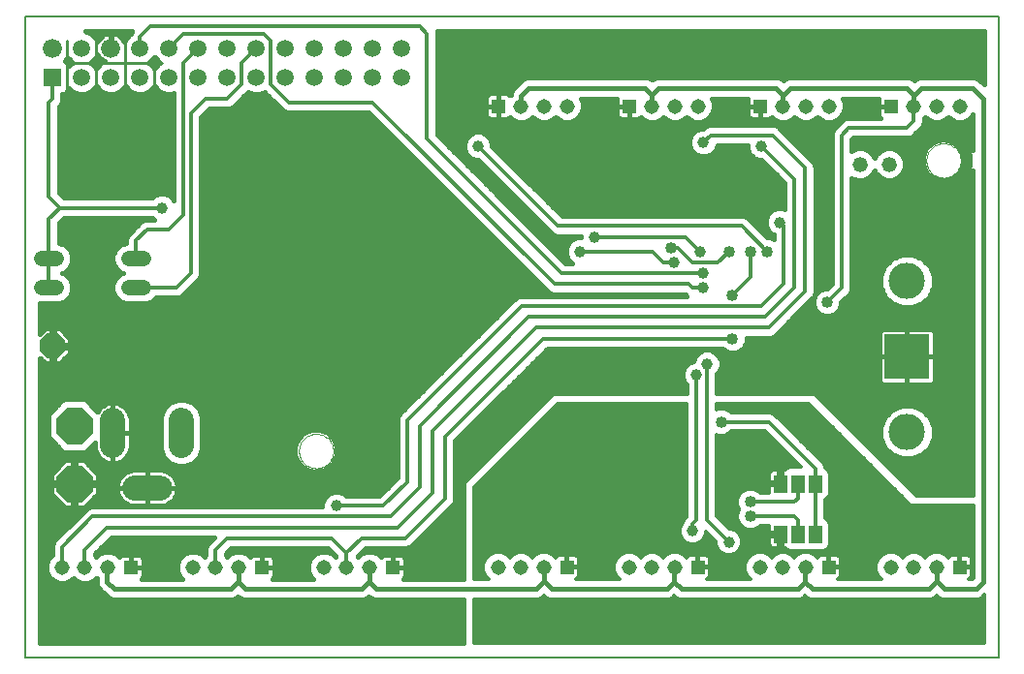
<source format=gbl>
G75*
G70*
%OFA0B0*%
%FSLAX24Y24*%
%IPPOS*%
%LPD*%
%AMOC8*
5,1,8,0,0,1.08239X$1,22.5*
%
%ADD10C,0.0400*%
%ADD11C,0.0050*%
%ADD12R,0.0594X0.0594*%
%ADD13C,0.0660*%
%ADD14C,0.0594*%
%ADD15C,0.0000*%
%ADD16C,0.0520*%
%ADD17R,0.1560X0.1560*%
%ADD18C,0.1250*%
%ADD19C,0.0860*%
%ADD20C,0.0520*%
%ADD21R,0.0515X0.0515*%
%ADD22C,0.0515*%
%ADD23OC8,0.0850*%
%ADD24OC8,0.1250*%
%ADD25R,0.0460X0.0630*%
%ADD26C,0.0100*%
%ADD27C,0.0160*%
%ADD28C,0.0396*%
%ADD29C,0.0120*%
%ADD30C,0.0400*%
D10*
X009325Y007496D02*
X009327Y007553D01*
X009333Y007610D01*
X009343Y007667D01*
X009356Y007722D01*
X009373Y007777D01*
X009394Y007830D01*
X009419Y007882D01*
X009447Y007932D01*
X009479Y007980D01*
X009513Y008025D01*
X009551Y008069D01*
X009591Y008109D01*
X009635Y008147D01*
X009680Y008181D01*
X009728Y008213D01*
X009778Y008241D01*
X009830Y008266D01*
X009883Y008287D01*
X009938Y008304D01*
X009993Y008317D01*
X010050Y008327D01*
X010107Y008333D01*
X010164Y008335D01*
X010221Y008333D01*
X010278Y008327D01*
X010335Y008317D01*
X010390Y008304D01*
X010445Y008287D01*
X010498Y008266D01*
X010550Y008241D01*
X010600Y008213D01*
X010648Y008181D01*
X010693Y008147D01*
X010737Y008109D01*
X010777Y008069D01*
X010815Y008025D01*
X010849Y007980D01*
X010881Y007932D01*
X010909Y007882D01*
X010934Y007830D01*
X010955Y007777D01*
X010972Y007722D01*
X010985Y007667D01*
X010995Y007610D01*
X011001Y007553D01*
X011003Y007496D01*
X011001Y007439D01*
X010995Y007382D01*
X010985Y007325D01*
X010972Y007270D01*
X010955Y007215D01*
X010934Y007162D01*
X010909Y007110D01*
X010881Y007060D01*
X010849Y007012D01*
X010815Y006967D01*
X010777Y006923D01*
X010737Y006883D01*
X010693Y006845D01*
X010648Y006811D01*
X010600Y006779D01*
X010550Y006751D01*
X010498Y006726D01*
X010445Y006705D01*
X010390Y006688D01*
X010335Y006675D01*
X010278Y006665D01*
X010221Y006659D01*
X010164Y006657D01*
X010107Y006659D01*
X010050Y006665D01*
X009993Y006675D01*
X009938Y006688D01*
X009883Y006705D01*
X009830Y006726D01*
X009778Y006751D01*
X009728Y006779D01*
X009680Y006811D01*
X009635Y006845D01*
X009591Y006883D01*
X009551Y006923D01*
X009513Y006967D01*
X009479Y007012D01*
X009447Y007060D01*
X009419Y007110D01*
X009394Y007162D01*
X009373Y007215D01*
X009356Y007270D01*
X009343Y007325D01*
X009333Y007382D01*
X009327Y007439D01*
X009325Y007496D01*
X030912Y017496D02*
X030914Y017553D01*
X030920Y017609D01*
X030930Y017665D01*
X030944Y017721D01*
X030961Y017775D01*
X030982Y017827D01*
X031007Y017879D01*
X031036Y017928D01*
X031068Y017975D01*
X031103Y018020D01*
X031141Y018062D01*
X031182Y018102D01*
X031225Y018138D01*
X031271Y018172D01*
X031319Y018202D01*
X031370Y018229D01*
X031422Y018252D01*
X031475Y018271D01*
X031530Y018287D01*
X031585Y018299D01*
X031642Y018307D01*
X031699Y018311D01*
X031755Y018311D01*
X031812Y018307D01*
X031869Y018299D01*
X031924Y018287D01*
X031979Y018271D01*
X032032Y018252D01*
X032084Y018229D01*
X032134Y018202D01*
X032183Y018172D01*
X032229Y018138D01*
X032272Y018102D01*
X032313Y018062D01*
X032351Y018020D01*
X032386Y017975D01*
X032418Y017928D01*
X032447Y017879D01*
X032472Y017827D01*
X032493Y017775D01*
X032510Y017721D01*
X032524Y017665D01*
X032534Y017609D01*
X032540Y017553D01*
X032542Y017496D01*
X032540Y017439D01*
X032534Y017383D01*
X032524Y017327D01*
X032510Y017271D01*
X032493Y017217D01*
X032472Y017165D01*
X032447Y017113D01*
X032418Y017064D01*
X032386Y017017D01*
X032351Y016972D01*
X032313Y016930D01*
X032272Y016890D01*
X032229Y016854D01*
X032183Y016820D01*
X032135Y016790D01*
X032084Y016763D01*
X032032Y016740D01*
X031979Y016721D01*
X031924Y016705D01*
X031869Y016693D01*
X031812Y016685D01*
X031755Y016681D01*
X031699Y016681D01*
X031642Y016685D01*
X031585Y016693D01*
X031530Y016705D01*
X031475Y016721D01*
X031422Y016740D01*
X031370Y016763D01*
X031319Y016790D01*
X031271Y016820D01*
X031225Y016854D01*
X031182Y016890D01*
X031141Y016930D01*
X031103Y016972D01*
X031068Y017017D01*
X031036Y017064D01*
X031007Y017113D01*
X030982Y017165D01*
X030961Y017217D01*
X030944Y017271D01*
X030930Y017327D01*
X030920Y017383D01*
X030914Y017439D01*
X030912Y017496D01*
D11*
X000157Y022448D02*
X000157Y000401D01*
X033622Y000401D01*
X033622Y022448D01*
X000157Y022448D01*
D12*
X001102Y020371D03*
D13*
X001102Y021371D03*
X003102Y021371D03*
D14*
X004102Y021371D03*
X005102Y021371D03*
X006102Y021371D03*
X007102Y021371D03*
X008102Y021371D03*
X009102Y021371D03*
X010102Y021371D03*
X011102Y021371D03*
X012102Y021371D03*
X013102Y021371D03*
X013102Y020371D03*
X012102Y020371D03*
X011102Y020371D03*
X010102Y020371D03*
X009102Y020371D03*
X008102Y020371D03*
X007102Y020371D03*
X006102Y020371D03*
X005102Y020371D03*
X004102Y020371D03*
X003102Y020371D03*
X002102Y020371D03*
X002102Y021371D03*
D15*
X009573Y007496D02*
X009575Y007544D01*
X009581Y007592D01*
X009591Y007639D01*
X009604Y007685D01*
X009622Y007730D01*
X009642Y007774D01*
X009667Y007816D01*
X009695Y007855D01*
X009725Y007892D01*
X009759Y007926D01*
X009796Y007958D01*
X009834Y007987D01*
X009875Y008012D01*
X009918Y008034D01*
X009963Y008052D01*
X010009Y008066D01*
X010056Y008077D01*
X010104Y008084D01*
X010152Y008087D01*
X010200Y008086D01*
X010248Y008081D01*
X010296Y008072D01*
X010342Y008060D01*
X010387Y008043D01*
X010431Y008023D01*
X010473Y008000D01*
X010513Y007973D01*
X010551Y007943D01*
X010586Y007910D01*
X010618Y007874D01*
X010648Y007836D01*
X010674Y007795D01*
X010696Y007752D01*
X010716Y007708D01*
X010731Y007663D01*
X010743Y007616D01*
X010751Y007568D01*
X010755Y007520D01*
X010755Y007472D01*
X010751Y007424D01*
X010743Y007376D01*
X010731Y007329D01*
X010716Y007284D01*
X010696Y007240D01*
X010674Y007197D01*
X010648Y007156D01*
X010618Y007118D01*
X010586Y007082D01*
X010551Y007049D01*
X010513Y007019D01*
X010473Y006992D01*
X010431Y006969D01*
X010387Y006949D01*
X010342Y006932D01*
X010296Y006920D01*
X010248Y006911D01*
X010200Y006906D01*
X010152Y006905D01*
X010104Y006908D01*
X010056Y006915D01*
X010009Y006926D01*
X009963Y006940D01*
X009918Y006958D01*
X009875Y006980D01*
X009834Y007005D01*
X009796Y007034D01*
X009759Y007066D01*
X009725Y007100D01*
X009695Y007137D01*
X009667Y007176D01*
X009642Y007218D01*
X009622Y007262D01*
X009604Y007307D01*
X009591Y007353D01*
X009581Y007400D01*
X009575Y007448D01*
X009573Y007496D01*
X031136Y017496D02*
X031138Y017544D01*
X031144Y017592D01*
X031154Y017639D01*
X031167Y017685D01*
X031185Y017730D01*
X031205Y017774D01*
X031230Y017816D01*
X031258Y017855D01*
X031288Y017892D01*
X031322Y017926D01*
X031359Y017958D01*
X031397Y017987D01*
X031438Y018012D01*
X031481Y018034D01*
X031526Y018052D01*
X031572Y018066D01*
X031619Y018077D01*
X031667Y018084D01*
X031715Y018087D01*
X031763Y018086D01*
X031811Y018081D01*
X031859Y018072D01*
X031905Y018060D01*
X031950Y018043D01*
X031994Y018023D01*
X032036Y018000D01*
X032076Y017973D01*
X032114Y017943D01*
X032149Y017910D01*
X032181Y017874D01*
X032211Y017836D01*
X032237Y017795D01*
X032259Y017752D01*
X032279Y017708D01*
X032294Y017663D01*
X032306Y017616D01*
X032314Y017568D01*
X032318Y017520D01*
X032318Y017472D01*
X032314Y017424D01*
X032306Y017376D01*
X032294Y017329D01*
X032279Y017284D01*
X032259Y017240D01*
X032237Y017197D01*
X032211Y017156D01*
X032181Y017118D01*
X032149Y017082D01*
X032114Y017049D01*
X032076Y017019D01*
X032036Y016992D01*
X031994Y016969D01*
X031950Y016949D01*
X031905Y016932D01*
X031859Y016920D01*
X031811Y016911D01*
X031763Y016906D01*
X031715Y016905D01*
X031667Y016908D01*
X031619Y016915D01*
X031572Y016926D01*
X031526Y016940D01*
X031481Y016958D01*
X031438Y016980D01*
X031397Y017005D01*
X031359Y017034D01*
X031322Y017066D01*
X031288Y017100D01*
X031258Y017137D01*
X031230Y017176D01*
X031205Y017218D01*
X031185Y017262D01*
X031167Y017307D01*
X031154Y017353D01*
X031144Y017400D01*
X031138Y017448D01*
X031136Y017496D01*
D16*
X029852Y017371D03*
X028852Y017371D03*
D17*
X030477Y010746D03*
D18*
X030477Y008146D03*
X030477Y013346D03*
D19*
X005533Y008551D02*
X005533Y007691D01*
X004782Y006232D02*
X003922Y006232D01*
X003171Y007691D02*
X003171Y008551D01*
D20*
X003717Y013121D02*
X004237Y013121D01*
X004237Y014121D02*
X003717Y014121D01*
X001237Y014121D02*
X000717Y014121D01*
X000717Y013121D02*
X001237Y013121D01*
D21*
X003783Y003496D03*
X008283Y003496D03*
X012783Y003496D03*
X018783Y003496D03*
X023283Y003496D03*
X027783Y003496D03*
X032283Y003496D03*
X029921Y019371D03*
X025421Y019371D03*
X020921Y019371D03*
X016421Y019371D03*
D22*
X017208Y019371D03*
X017996Y019371D03*
X018783Y019371D03*
X021708Y019371D03*
X022496Y019371D03*
X023283Y019371D03*
X026208Y019371D03*
X026996Y019371D03*
X027783Y019371D03*
X030708Y019371D03*
X031496Y019371D03*
X032283Y019371D03*
X031496Y003496D03*
X030708Y003496D03*
X029921Y003496D03*
X026996Y003496D03*
X026208Y003496D03*
X025421Y003496D03*
X022496Y003496D03*
X021708Y003496D03*
X020921Y003496D03*
X017996Y003496D03*
X017208Y003496D03*
X016421Y003496D03*
X011996Y003496D03*
X011208Y003496D03*
X010421Y003496D03*
X007496Y003496D03*
X006708Y003496D03*
X005921Y003496D03*
X002996Y003496D03*
X002208Y003496D03*
X001421Y003496D03*
D23*
X001102Y011121D03*
D24*
X001852Y008371D03*
X001852Y006371D03*
D25*
X026127Y006371D03*
X026727Y006371D03*
X027327Y006371D03*
X027327Y004621D03*
X026727Y004621D03*
X026127Y004621D03*
D26*
X004602Y019996D02*
X004602Y020871D01*
X002602Y020871D01*
X002602Y021621D01*
X002602Y020871D02*
X001602Y020871D01*
X001602Y021621D02*
X001602Y019996D01*
X002602Y019996D02*
X002602Y020871D01*
X003602Y021621D02*
X003602Y019996D01*
X004602Y020871D02*
X004852Y020871D01*
D27*
X004802Y020871D02*
X004775Y020860D01*
X004613Y020698D01*
X004602Y020672D01*
X004591Y020698D01*
X004429Y020860D01*
X004402Y020871D01*
X004429Y020882D01*
X004591Y021045D01*
X004602Y021071D01*
X004613Y021045D01*
X004775Y020882D01*
X004802Y020871D01*
X004733Y020818D02*
X004471Y020818D01*
X004523Y020976D02*
X004681Y020976D01*
X003775Y021860D02*
X003613Y021698D01*
X003566Y021584D01*
X003538Y021639D01*
X003491Y021704D01*
X003434Y021760D01*
X003369Y021808D01*
X003298Y021844D01*
X003221Y021869D01*
X003142Y021881D01*
X003120Y021881D01*
X003120Y021390D01*
X003084Y021390D01*
X003084Y021881D01*
X003062Y021881D01*
X002983Y021869D01*
X002906Y021844D01*
X002835Y021808D01*
X002770Y021760D01*
X002713Y021704D01*
X002666Y021639D01*
X002638Y021584D01*
X002591Y021698D01*
X002429Y021860D01*
X002229Y021943D01*
X003818Y021943D01*
X003814Y021939D01*
X003782Y021863D01*
X003775Y021860D01*
X003809Y021927D02*
X002267Y021927D01*
X002520Y021769D02*
X002781Y021769D01*
X002651Y021610D02*
X002627Y021610D01*
X002638Y021158D02*
X002666Y021104D01*
X002713Y021039D01*
X002770Y020982D01*
X002835Y020935D01*
X002889Y020908D01*
X002775Y020860D01*
X002613Y020698D01*
X002602Y020672D01*
X002591Y020698D01*
X002429Y020860D01*
X002402Y020871D01*
X002429Y020882D01*
X002591Y021045D01*
X002638Y021158D01*
X002628Y021135D02*
X002650Y021135D01*
X002523Y020976D02*
X002778Y020976D01*
X002733Y020818D02*
X002471Y020818D01*
X001802Y020871D02*
X001775Y020860D01*
X001667Y020752D01*
X001636Y020827D01*
X001557Y020906D01*
X001516Y020923D01*
X001619Y021026D01*
X001623Y021035D01*
X001775Y020882D01*
X001802Y020871D01*
X001733Y020818D02*
X001640Y020818D01*
X001681Y020976D02*
X001570Y020976D01*
X001667Y019991D02*
X001775Y019882D01*
X001987Y019795D01*
X002217Y019795D01*
X002429Y019882D01*
X002591Y020045D01*
X002602Y020071D01*
X002613Y020045D01*
X002775Y019882D01*
X002987Y019795D01*
X003217Y019795D01*
X003429Y019882D01*
X003591Y020045D01*
X003602Y020071D01*
X003613Y020045D01*
X003775Y019882D01*
X003987Y019795D01*
X004217Y019795D01*
X004429Y019882D01*
X004591Y020045D01*
X004602Y020071D01*
X004613Y020045D01*
X004775Y019882D01*
X004987Y019795D01*
X005217Y019795D01*
X005262Y019813D01*
X005262Y016131D01*
X005257Y016142D01*
X005123Y016277D01*
X004947Y016350D01*
X004757Y016350D01*
X004581Y016277D01*
X004516Y016211D01*
X001493Y016211D01*
X001317Y016387D01*
X001317Y019356D01*
X001390Y019429D01*
X001442Y019554D01*
X001442Y019795D01*
X001455Y019795D01*
X001557Y019837D01*
X001636Y019916D01*
X001667Y019991D01*
X001587Y019867D02*
X001812Y019867D01*
X001442Y019708D02*
X005262Y019708D01*
X005262Y019550D02*
X001440Y019550D01*
X001353Y019391D02*
X005262Y019391D01*
X005262Y019233D02*
X001317Y019233D01*
X001317Y019074D02*
X005262Y019074D01*
X005262Y018916D02*
X001317Y018916D01*
X001317Y018757D02*
X005262Y018757D01*
X005262Y018599D02*
X001317Y018599D01*
X001317Y018440D02*
X005262Y018440D01*
X005262Y018282D02*
X001317Y018282D01*
X001317Y018123D02*
X005262Y018123D01*
X005262Y017965D02*
X001317Y017965D01*
X001317Y017806D02*
X005262Y017806D01*
X005262Y017648D02*
X001317Y017648D01*
X001317Y017489D02*
X005262Y017489D01*
X005262Y017331D02*
X001317Y017331D01*
X001317Y017172D02*
X005262Y017172D01*
X005262Y017014D02*
X001317Y017014D01*
X001317Y016855D02*
X005262Y016855D01*
X005262Y016697D02*
X001317Y016697D01*
X001317Y016538D02*
X005262Y016538D01*
X005262Y016380D02*
X001324Y016380D01*
X001483Y016221D02*
X004526Y016221D01*
X005178Y016221D02*
X005262Y016221D01*
X006192Y016221D02*
X014896Y016221D01*
X015055Y016063D02*
X006192Y016063D01*
X006192Y015904D02*
X015213Y015904D01*
X015372Y015746D02*
X006192Y015746D01*
X006192Y015587D02*
X015530Y015587D01*
X015689Y015429D02*
X006192Y015429D01*
X006192Y015270D02*
X015847Y015270D01*
X016006Y015112D02*
X006192Y015112D01*
X006192Y014953D02*
X016164Y014953D01*
X016323Y014795D02*
X006192Y014795D01*
X006192Y014636D02*
X016481Y014636D01*
X016640Y014478D02*
X006192Y014478D01*
X006192Y014319D02*
X016798Y014319D01*
X016957Y014161D02*
X006192Y014161D01*
X006192Y014002D02*
X017115Y014002D01*
X017274Y013844D02*
X006192Y013844D01*
X006192Y013685D02*
X017432Y013685D01*
X017591Y013527D02*
X006181Y013527D01*
X006192Y013554D02*
X006192Y018981D01*
X006493Y019281D01*
X007170Y019281D01*
X007295Y019333D01*
X007390Y019429D01*
X007824Y019862D01*
X007987Y019795D01*
X008217Y019795D01*
X008380Y019862D01*
X008409Y019833D01*
X009034Y019208D01*
X009159Y019156D01*
X011961Y019156D01*
X018159Y012958D01*
X018284Y012906D01*
X022836Y012906D01*
X022906Y012836D01*
X017159Y012836D01*
X017034Y012785D01*
X016939Y012689D01*
X013001Y008752D01*
X012949Y008627D01*
X012949Y006575D01*
X012336Y005961D01*
X011188Y005961D01*
X011123Y006027D01*
X010947Y006100D01*
X010757Y006100D01*
X010581Y006027D01*
X010447Y005892D01*
X010374Y005717D01*
X010374Y005586D01*
X002409Y005586D01*
X002284Y005535D01*
X002189Y005439D01*
X001133Y004383D01*
X001081Y004258D01*
X001081Y003917D01*
X000965Y003801D01*
X000883Y003603D01*
X000883Y003390D01*
X000965Y003192D01*
X001116Y003041D01*
X001314Y002959D01*
X001528Y002959D01*
X001725Y003041D01*
X001815Y003130D01*
X001904Y003041D01*
X002101Y002959D01*
X002315Y002959D01*
X002513Y003041D01*
X002602Y003130D01*
X002617Y003115D01*
X002617Y002925D01*
X002672Y002793D01*
X003023Y002441D01*
X003155Y002386D01*
X007299Y002386D01*
X007431Y002441D01*
X007477Y002487D01*
X007523Y002441D01*
X007655Y002386D01*
X011799Y002386D01*
X011931Y002441D01*
X011977Y002487D01*
X012023Y002441D01*
X012155Y002386D01*
X015227Y002386D01*
X015227Y000906D01*
X000662Y000906D01*
X000662Y010706D01*
X000851Y010516D01*
X001052Y010516D01*
X001052Y011071D01*
X001152Y011071D01*
X001152Y010516D01*
X001353Y010516D01*
X001707Y010871D01*
X001707Y011071D01*
X001152Y011071D01*
X001152Y011171D01*
X001707Y011171D01*
X001707Y011372D01*
X001353Y011726D01*
X001152Y011726D01*
X001152Y011171D01*
X001052Y011171D01*
X001052Y011726D01*
X000851Y011726D01*
X000662Y011537D01*
X000662Y012581D01*
X001344Y012581D01*
X001543Y012664D01*
X001695Y012816D01*
X001777Y013014D01*
X001777Y013229D01*
X001695Y013427D01*
X001543Y013579D01*
X001441Y013621D01*
X001543Y013664D01*
X001695Y013816D01*
X001777Y014014D01*
X001777Y014229D01*
X001695Y014427D01*
X001543Y014579D01*
X001344Y014661D01*
X001317Y014661D01*
X001317Y015356D01*
X001493Y015531D01*
X004516Y015531D01*
X004581Y015466D01*
X004592Y015461D01*
X004284Y015461D01*
X004159Y015410D01*
X004064Y015314D01*
X003689Y014939D01*
X003637Y014814D01*
X003637Y014661D01*
X003610Y014661D01*
X003411Y014579D01*
X003259Y014427D01*
X003177Y014229D01*
X003177Y014014D01*
X003259Y013816D01*
X003411Y013664D01*
X003513Y013621D01*
X003411Y013579D01*
X003259Y013427D01*
X003177Y013229D01*
X003177Y013014D01*
X003259Y012816D01*
X003411Y012664D01*
X003610Y012581D01*
X004344Y012581D01*
X004543Y012664D01*
X004661Y012781D01*
X005420Y012781D01*
X005545Y012833D01*
X005640Y012929D01*
X006140Y013429D01*
X006192Y013554D01*
X006080Y013368D02*
X017749Y013368D01*
X017908Y013210D02*
X005921Y013210D01*
X005763Y013051D02*
X018066Y013051D01*
X016984Y012734D02*
X004614Y012734D01*
X005604Y012893D02*
X022850Y012893D01*
X024957Y011406D02*
X025795Y011406D01*
X025920Y011458D01*
X027170Y012708D01*
X027265Y012804D01*
X027317Y012929D01*
X027317Y017314D01*
X027265Y017439D01*
X026140Y018564D01*
X026045Y018660D01*
X025920Y018711D01*
X023659Y018711D01*
X023534Y018660D01*
X023474Y018600D01*
X023382Y018600D01*
X023206Y018527D01*
X023072Y018392D01*
X022999Y018217D01*
X022999Y018026D01*
X023072Y017851D01*
X023206Y017716D01*
X023382Y017643D01*
X023572Y017643D01*
X023748Y017716D01*
X023882Y017851D01*
X023955Y018026D01*
X023955Y018031D01*
X024999Y018031D01*
X024999Y017901D01*
X025072Y017726D01*
X025206Y017591D01*
X025382Y017518D01*
X025474Y017518D01*
X026262Y016731D01*
X026262Y015823D01*
X026197Y015850D01*
X026007Y015850D01*
X025831Y015777D01*
X025697Y015642D01*
X025624Y015467D01*
X025624Y015276D01*
X025697Y015101D01*
X025831Y014966D01*
X025887Y014943D01*
X025887Y014799D01*
X025760Y014851D01*
X025665Y014851D01*
X024982Y015535D01*
X024857Y015586D01*
X018618Y015586D01*
X016205Y017999D01*
X016205Y018092D01*
X016132Y018267D01*
X015998Y018402D01*
X015822Y018475D01*
X015632Y018475D01*
X015456Y018402D01*
X015322Y018267D01*
X015249Y018092D01*
X015249Y017901D01*
X015322Y017726D01*
X015456Y017591D01*
X015632Y017518D01*
X015724Y017518D01*
X018189Y015054D01*
X018284Y014958D01*
X018409Y014906D01*
X019249Y014906D01*
X019249Y014850D01*
X019132Y014850D01*
X018956Y014777D01*
X018822Y014642D01*
X018749Y014467D01*
X018749Y014276D01*
X018822Y014101D01*
X018956Y013966D01*
X018967Y013961D01*
X018743Y013961D01*
X014317Y018387D01*
X014317Y021939D01*
X014315Y021943D01*
X033117Y021943D01*
X033117Y020116D01*
X032931Y020302D01*
X032799Y020356D01*
X030905Y020356D01*
X030773Y020302D01*
X030727Y020256D01*
X030681Y020302D01*
X030549Y020356D01*
X026405Y020356D01*
X026273Y020302D01*
X026227Y020256D01*
X026181Y020302D01*
X026049Y020356D01*
X021868Y020356D01*
X021736Y020302D01*
X021708Y020274D01*
X021681Y020302D01*
X021549Y020356D01*
X017405Y020356D01*
X017273Y020302D01*
X017172Y020200D01*
X016903Y019932D01*
X016848Y019799D01*
X016848Y019772D01*
X016819Y019743D01*
X016789Y019773D01*
X016748Y019797D01*
X016702Y019809D01*
X016421Y019809D01*
X016421Y019371D01*
X016421Y018934D01*
X016702Y018934D01*
X016748Y018946D01*
X016789Y018970D01*
X016819Y019000D01*
X016904Y018916D01*
X017101Y018834D01*
X017315Y018834D01*
X017513Y018916D01*
X017691Y018916D01*
X017889Y018834D01*
X018103Y018834D01*
X018300Y018916D01*
X018389Y019005D01*
X018479Y018916D01*
X018676Y018834D01*
X018890Y018834D01*
X019088Y018916D01*
X021404Y018916D01*
X021601Y018834D01*
X021815Y018834D01*
X022013Y018916D01*
X022191Y018916D01*
X022389Y018834D01*
X022603Y018834D01*
X022800Y018916D01*
X022889Y019005D01*
X022979Y018916D01*
X023176Y018834D01*
X023390Y018834D01*
X023588Y018916D01*
X025904Y018916D01*
X026101Y018834D01*
X026315Y018834D01*
X026513Y018916D01*
X026691Y018916D01*
X026889Y018834D01*
X027103Y018834D01*
X027300Y018916D01*
X027389Y019005D01*
X027479Y018916D01*
X027676Y018834D01*
X027890Y018834D01*
X028088Y018916D01*
X028300Y018916D01*
X028284Y018910D02*
X028034Y018660D01*
X027939Y018564D01*
X027887Y018439D01*
X027887Y013262D01*
X027726Y013101D01*
X027631Y013101D01*
X027455Y013028D01*
X027320Y012893D01*
X027302Y012893D01*
X027320Y012893D02*
X027247Y012717D01*
X027247Y012526D01*
X027320Y012350D01*
X027455Y012215D01*
X027631Y012141D01*
X027822Y012141D01*
X027999Y012215D01*
X028134Y012350D01*
X028207Y012526D01*
X028207Y012621D01*
X028515Y012929D01*
X028567Y013054D01*
X028567Y016905D01*
X028745Y016831D01*
X028959Y016831D01*
X029158Y016914D01*
X029310Y017066D01*
X029352Y017167D01*
X029394Y017066D01*
X029546Y016914D01*
X029745Y016831D01*
X029959Y016831D01*
X030158Y016914D01*
X030310Y017066D01*
X030392Y017264D01*
X030392Y017479D01*
X030310Y017677D01*
X030158Y017829D01*
X029959Y017911D01*
X029745Y017911D01*
X029546Y017829D01*
X029394Y017677D01*
X029352Y017575D01*
X029310Y017677D01*
X029158Y017829D01*
X028959Y017911D01*
X028745Y017911D01*
X028567Y017838D01*
X028567Y018231D01*
X028618Y018281D01*
X030545Y018281D01*
X030670Y018333D01*
X030765Y018429D01*
X030997Y018660D01*
X031048Y018785D01*
X031048Y018951D01*
X031102Y019005D01*
X031191Y018916D01*
X031048Y018916D01*
X031191Y018916D02*
X031389Y018834D01*
X031603Y018834D01*
X031800Y018916D01*
X031889Y019005D01*
X031979Y018916D01*
X032176Y018834D01*
X032390Y018834D01*
X032588Y018916D01*
X032742Y018916D01*
X032739Y019067D02*
X032742Y019075D01*
X032742Y017845D01*
X032725Y017910D01*
X032584Y018154D01*
X032384Y018353D01*
X032140Y018494D01*
X031868Y018567D01*
X031586Y018567D01*
X031314Y018494D01*
X031070Y018353D01*
X030870Y018154D01*
X030729Y017910D01*
X030656Y017637D01*
X030656Y017356D01*
X030729Y017083D01*
X030870Y016839D01*
X031070Y016640D01*
X031314Y016499D01*
X031586Y016426D01*
X031868Y016426D01*
X032140Y016499D01*
X032384Y016640D01*
X032584Y016839D01*
X032725Y017083D01*
X032742Y017148D01*
X032742Y005996D01*
X030789Y005996D01*
X027289Y009496D01*
X023942Y009496D01*
X023942Y010160D01*
X024007Y010226D01*
X024080Y010401D01*
X024080Y010592D01*
X024007Y010767D01*
X023873Y010902D01*
X023697Y010975D01*
X023507Y010975D01*
X023331Y010902D01*
X023197Y010767D01*
X023126Y010597D01*
X022956Y010527D01*
X022822Y010392D01*
X022749Y010217D01*
X022749Y010026D01*
X022822Y009851D01*
X022887Y009785D01*
X022887Y009496D01*
X018289Y009496D01*
X015227Y006434D01*
X015227Y003106D01*
X013163Y003106D01*
X013185Y003128D01*
X013208Y003169D01*
X013221Y003215D01*
X013221Y003496D01*
X012783Y003496D01*
X012783Y003496D01*
X013221Y003496D01*
X013221Y003778D01*
X013208Y003823D01*
X013185Y003864D01*
X013151Y003898D01*
X013110Y003922D01*
X013064Y003934D01*
X012783Y003934D01*
X012502Y003934D01*
X012456Y003922D01*
X012415Y003898D01*
X012385Y003868D01*
X012300Y003952D01*
X012103Y004034D01*
X011889Y004034D01*
X011691Y003952D01*
X011602Y003863D01*
X011588Y003877D01*
X011868Y004156D01*
X013295Y004156D01*
X013420Y004208D01*
X014795Y005583D01*
X014890Y005679D01*
X014942Y005804D01*
X014942Y007856D01*
X018118Y011031D01*
X024138Y011031D01*
X024205Y010965D01*
X024381Y010891D01*
X024572Y010891D01*
X024749Y010965D01*
X024884Y011100D01*
X024957Y011276D01*
X024957Y011406D01*
X024957Y011308D02*
X029517Y011308D01*
X029517Y011466D02*
X025928Y011466D01*
X026086Y011625D02*
X029546Y011625D01*
X029553Y011637D02*
X029529Y011596D01*
X029517Y011550D01*
X029517Y010746D01*
X029517Y009943D01*
X029529Y009897D01*
X029553Y009856D01*
X029586Y009822D01*
X029627Y009799D01*
X029673Y009786D01*
X030477Y009786D01*
X031281Y009786D01*
X031326Y009799D01*
X031367Y009822D01*
X031401Y009856D01*
X031425Y009897D01*
X031437Y009943D01*
X031437Y010746D01*
X030477Y010746D01*
X030477Y009786D01*
X030477Y010746D01*
X030477Y010746D01*
X030477Y010746D01*
X029517Y010746D01*
X030477Y010746D01*
X030477Y010746D01*
X031437Y010746D01*
X031437Y011550D01*
X031425Y011596D01*
X031401Y011637D01*
X031367Y011670D01*
X031326Y011694D01*
X031281Y011706D01*
X030477Y011706D01*
X030477Y010746D01*
X030477Y010746D01*
X030477Y011706D01*
X029673Y011706D01*
X029627Y011694D01*
X029586Y011670D01*
X029553Y011637D01*
X029517Y011149D02*
X024905Y011149D01*
X024775Y010991D02*
X029517Y010991D01*
X029517Y010832D02*
X023942Y010832D01*
X024046Y010674D02*
X029517Y010674D01*
X029517Y010515D02*
X024080Y010515D01*
X024062Y010357D02*
X029517Y010357D01*
X029517Y010198D02*
X023980Y010198D01*
X023942Y010040D02*
X029517Y010040D01*
X029538Y009881D02*
X023942Y009881D01*
X023942Y009723D02*
X032742Y009723D01*
X032742Y009881D02*
X031416Y009881D01*
X031437Y010040D02*
X032742Y010040D01*
X032742Y010198D02*
X031437Y010198D01*
X031437Y010357D02*
X032742Y010357D01*
X032742Y010515D02*
X031437Y010515D01*
X031437Y010674D02*
X032742Y010674D01*
X032742Y010832D02*
X031437Y010832D01*
X031437Y010991D02*
X032742Y010991D01*
X032742Y011149D02*
X031437Y011149D01*
X031437Y011308D02*
X032742Y011308D01*
X032742Y011466D02*
X031437Y011466D01*
X031408Y011625D02*
X032742Y011625D01*
X032742Y011783D02*
X026245Y011783D01*
X026403Y011942D02*
X032742Y011942D01*
X032742Y012100D02*
X026562Y012100D01*
X026720Y012259D02*
X027411Y012259D01*
X027292Y012417D02*
X026879Y012417D01*
X027037Y012576D02*
X027247Y012576D01*
X027254Y012734D02*
X027196Y012734D01*
X027317Y013051D02*
X027511Y013051D01*
X027317Y013210D02*
X027835Y013210D01*
X027887Y013368D02*
X027317Y013368D01*
X027317Y013527D02*
X027887Y013527D01*
X027887Y013685D02*
X027317Y013685D01*
X027317Y013844D02*
X027887Y013844D01*
X027887Y014002D02*
X027317Y014002D01*
X027317Y014161D02*
X027887Y014161D01*
X027887Y014319D02*
X027317Y014319D01*
X027317Y014478D02*
X027887Y014478D01*
X027887Y014636D02*
X027317Y014636D01*
X027317Y014795D02*
X027887Y014795D01*
X027887Y014953D02*
X027317Y014953D01*
X027317Y015112D02*
X027887Y015112D01*
X027887Y015270D02*
X027317Y015270D01*
X027317Y015429D02*
X027887Y015429D01*
X027887Y015587D02*
X027317Y015587D01*
X027317Y015746D02*
X027887Y015746D01*
X027887Y015904D02*
X027317Y015904D01*
X027317Y016063D02*
X027887Y016063D01*
X027887Y016221D02*
X027317Y016221D01*
X027317Y016380D02*
X027887Y016380D01*
X027887Y016538D02*
X027317Y016538D01*
X027317Y016697D02*
X027887Y016697D01*
X027887Y016855D02*
X027317Y016855D01*
X027317Y017014D02*
X027887Y017014D01*
X027887Y017172D02*
X027317Y017172D01*
X027310Y017331D02*
X027887Y017331D01*
X027887Y017489D02*
X027215Y017489D01*
X027056Y017648D02*
X027887Y017648D01*
X027887Y017806D02*
X026898Y017806D01*
X026739Y017965D02*
X027887Y017965D01*
X027887Y018123D02*
X026581Y018123D01*
X026422Y018282D02*
X027887Y018282D01*
X027888Y018440D02*
X026264Y018440D01*
X026105Y018599D02*
X027974Y018599D01*
X028132Y018757D02*
X014317Y018757D01*
X014317Y018599D02*
X023380Y018599D01*
X023120Y018440D02*
X015904Y018440D01*
X016118Y018282D02*
X023026Y018282D01*
X022999Y018123D02*
X016192Y018123D01*
X016239Y017965D02*
X023024Y017965D01*
X023116Y017806D02*
X016398Y017806D01*
X016556Y017648D02*
X023371Y017648D01*
X023583Y017648D02*
X025149Y017648D01*
X025038Y017806D02*
X023838Y017806D01*
X023930Y017965D02*
X024999Y017965D01*
X025503Y017489D02*
X016715Y017489D01*
X016873Y017331D02*
X025662Y017331D01*
X025820Y017172D02*
X017032Y017172D01*
X017190Y017014D02*
X025979Y017014D01*
X026137Y016855D02*
X017349Y016855D01*
X017507Y016697D02*
X026262Y016697D01*
X026262Y016538D02*
X017666Y016538D01*
X017824Y016380D02*
X026262Y016380D01*
X026262Y016221D02*
X017983Y016221D01*
X018141Y016063D02*
X026262Y016063D01*
X026262Y015904D02*
X018300Y015904D01*
X018458Y015746D02*
X025800Y015746D01*
X025674Y015587D02*
X018617Y015587D01*
X018131Y015112D02*
X017592Y015112D01*
X017434Y015270D02*
X017972Y015270D01*
X017814Y015429D02*
X017275Y015429D01*
X017117Y015587D02*
X017655Y015587D01*
X017497Y015746D02*
X016958Y015746D01*
X016800Y015904D02*
X017338Y015904D01*
X017180Y016063D02*
X016641Y016063D01*
X016483Y016221D02*
X017021Y016221D01*
X016863Y016380D02*
X016324Y016380D01*
X016166Y016538D02*
X016704Y016538D01*
X016546Y016697D02*
X016007Y016697D01*
X015849Y016855D02*
X016387Y016855D01*
X016229Y017014D02*
X015690Y017014D01*
X015532Y017172D02*
X016070Y017172D01*
X015912Y017331D02*
X015373Y017331D01*
X015215Y017489D02*
X015753Y017489D01*
X015399Y017648D02*
X015056Y017648D01*
X014898Y017806D02*
X015288Y017806D01*
X015249Y017965D02*
X014739Y017965D01*
X014581Y018123D02*
X015262Y018123D01*
X015336Y018282D02*
X014422Y018282D01*
X014317Y018440D02*
X015550Y018440D01*
X016053Y018970D02*
X016094Y018946D01*
X016140Y018934D01*
X016421Y018934D01*
X016421Y019371D01*
X016421Y019371D01*
X015983Y019371D01*
X015983Y019090D01*
X015996Y019044D01*
X016019Y019003D01*
X016053Y018970D01*
X015988Y019074D02*
X014317Y019074D01*
X014317Y018916D02*
X016904Y018916D01*
X017513Y018916D02*
X017602Y019005D01*
X017691Y018916D01*
X018300Y018916D02*
X018478Y018916D01*
X019088Y018916D02*
X019239Y019067D01*
X019321Y019265D01*
X019321Y019478D01*
X019255Y019636D01*
X020483Y019636D01*
X020483Y019371D01*
X020483Y019090D01*
X020496Y019044D01*
X020519Y019003D01*
X020553Y018970D01*
X020594Y018946D01*
X020640Y018934D01*
X020921Y018934D01*
X021202Y018934D01*
X021248Y018946D01*
X021289Y018970D01*
X021319Y019000D01*
X021404Y018916D01*
X020921Y018934D02*
X020921Y019371D01*
X020921Y019371D01*
X020921Y018934D01*
X020921Y019074D02*
X020921Y019074D01*
X020921Y019233D02*
X020921Y019233D01*
X020921Y019371D02*
X020483Y019371D01*
X020921Y019371D01*
X020921Y019371D01*
X020483Y019391D02*
X019321Y019391D01*
X019307Y019233D02*
X020483Y019233D01*
X020488Y019074D02*
X019242Y019074D01*
X019291Y019550D02*
X020483Y019550D01*
X021477Y019996D02*
X021708Y019765D01*
X021940Y019996D01*
X025977Y019996D01*
X026208Y019765D01*
X026208Y019728D01*
X026477Y019996D01*
X030477Y019996D01*
X030708Y019765D01*
X030708Y019371D01*
X030708Y019728D01*
X030977Y019996D01*
X032727Y019996D01*
X033102Y019621D01*
X033102Y002996D01*
X032852Y002746D01*
X031764Y002746D01*
X031496Y003015D01*
X031227Y002746D01*
X027227Y002746D01*
X026977Y002996D01*
X026727Y002746D01*
X022727Y002746D01*
X022477Y002996D01*
X022227Y002746D01*
X018264Y002746D01*
X017996Y003015D01*
X017727Y002746D01*
X012227Y002746D01*
X011996Y002978D01*
X011996Y003496D01*
X011996Y003015D01*
X011727Y002746D01*
X007727Y002746D01*
X007496Y002978D01*
X007496Y003496D01*
X007496Y003015D01*
X007227Y002746D01*
X003227Y002746D01*
X002977Y002996D01*
X002977Y003621D01*
X002996Y003496D01*
X002602Y003863D02*
X002548Y003917D01*
X002548Y003962D01*
X003118Y004531D01*
X006656Y004531D01*
X006420Y004295D01*
X006368Y004170D01*
X006368Y003917D01*
X006315Y003863D01*
X006225Y003952D01*
X006028Y004034D01*
X005814Y004034D01*
X005616Y003952D01*
X005465Y003801D01*
X005383Y003603D01*
X005383Y003390D01*
X005465Y003192D01*
X005551Y003106D01*
X004163Y003106D01*
X004185Y003128D01*
X004208Y003169D01*
X004221Y003215D01*
X004221Y003496D01*
X003783Y003496D01*
X003783Y003496D01*
X004221Y003496D01*
X004221Y003778D01*
X004208Y003823D01*
X004185Y003864D01*
X004151Y003898D01*
X004110Y003922D01*
X004064Y003934D01*
X003783Y003934D01*
X003502Y003934D01*
X003456Y003922D01*
X003415Y003898D01*
X003385Y003868D01*
X003300Y003952D01*
X003103Y004034D01*
X002889Y004034D01*
X002691Y003952D01*
X002602Y003863D01*
X002603Y004017D02*
X002848Y004017D01*
X002762Y004175D02*
X006370Y004175D01*
X006368Y004017D02*
X006069Y004017D01*
X005773Y004017D02*
X003144Y004017D01*
X002920Y004334D02*
X006459Y004334D01*
X006617Y004492D02*
X003079Y004492D01*
X003783Y003934D02*
X003783Y003496D01*
X003783Y003496D01*
X003783Y003934D01*
X003783Y003858D02*
X003783Y003858D01*
X003783Y003700D02*
X003783Y003700D01*
X003783Y003541D02*
X003783Y003541D01*
X004221Y003541D02*
X005383Y003541D01*
X005386Y003383D02*
X004221Y003383D01*
X004221Y003224D02*
X005452Y003224D01*
X005423Y003700D02*
X004221Y003700D01*
X004188Y003858D02*
X005523Y003858D01*
X007048Y003917D02*
X007048Y003962D01*
X007243Y004156D01*
X010549Y004156D01*
X010828Y003877D01*
X010815Y003863D01*
X010725Y003952D01*
X010528Y004034D01*
X010314Y004034D01*
X010116Y003952D01*
X009965Y003801D01*
X009883Y003603D01*
X009883Y003390D01*
X009965Y003192D01*
X010051Y003106D01*
X008663Y003106D01*
X008685Y003128D01*
X008708Y003169D01*
X008721Y003215D01*
X008721Y003496D01*
X008283Y003496D01*
X008283Y003496D01*
X008721Y003496D01*
X008721Y003778D01*
X008708Y003823D01*
X008685Y003864D01*
X008651Y003898D01*
X008610Y003922D01*
X008564Y003934D01*
X008283Y003934D01*
X008002Y003934D01*
X007956Y003922D01*
X007915Y003898D01*
X007885Y003868D01*
X007800Y003952D01*
X007603Y004034D01*
X007389Y004034D01*
X007191Y003952D01*
X007102Y003863D01*
X007048Y003917D01*
X007103Y004017D02*
X007348Y004017D01*
X007644Y004017D02*
X010273Y004017D01*
X010569Y004017D02*
X010688Y004017D01*
X010023Y003858D02*
X008688Y003858D01*
X008721Y003700D02*
X009923Y003700D01*
X009883Y003541D02*
X008721Y003541D01*
X008721Y003383D02*
X009886Y003383D01*
X009952Y003224D02*
X008721Y003224D01*
X008283Y003496D02*
X008283Y003496D01*
X008283Y003934D01*
X008283Y003496D01*
X008283Y003541D02*
X008283Y003541D01*
X008283Y003700D02*
X008283Y003700D01*
X008283Y003858D02*
X008283Y003858D01*
X007546Y002432D02*
X007408Y002432D01*
X003046Y002432D02*
X000662Y002432D01*
X000662Y002590D02*
X002874Y002590D01*
X002715Y002749D02*
X000662Y002749D01*
X000662Y002907D02*
X002624Y002907D01*
X002617Y003066D02*
X002538Y003066D01*
X001879Y003066D02*
X001750Y003066D01*
X001091Y003066D02*
X000662Y003066D01*
X000662Y003224D02*
X000952Y003224D01*
X000886Y003383D02*
X000662Y003383D01*
X000662Y003541D02*
X000883Y003541D01*
X000923Y003700D02*
X000662Y003700D01*
X000662Y003858D02*
X001023Y003858D01*
X001081Y004017D02*
X000662Y004017D01*
X000662Y004175D02*
X001081Y004175D01*
X001112Y004334D02*
X000662Y004334D01*
X000662Y004492D02*
X001242Y004492D01*
X001401Y004651D02*
X000662Y004651D01*
X000662Y004809D02*
X001559Y004809D01*
X001718Y004968D02*
X000662Y004968D01*
X000662Y005126D02*
X001876Y005126D01*
X002035Y005285D02*
X000662Y005285D01*
X000662Y005443D02*
X002193Y005443D01*
X002185Y005566D02*
X001902Y005566D01*
X001902Y006321D01*
X001802Y006321D01*
X001802Y005566D01*
X001519Y005566D01*
X001047Y006038D01*
X001047Y006321D01*
X001802Y006321D01*
X001802Y006421D01*
X001047Y006421D01*
X001047Y006705D01*
X001519Y007176D01*
X001802Y007176D01*
X001802Y006421D01*
X001902Y006421D01*
X002657Y006421D01*
X002657Y006705D01*
X002185Y007176D01*
X001902Y007176D01*
X001902Y006421D01*
X001902Y006321D01*
X002657Y006321D01*
X002657Y006038D01*
X002185Y005566D01*
X002221Y005602D02*
X010374Y005602D01*
X010392Y005760D02*
X005171Y005760D01*
X005179Y005766D02*
X005247Y005834D01*
X005304Y005912D01*
X005347Y005998D01*
X005377Y006089D01*
X005392Y006184D01*
X005392Y006232D01*
X005392Y006280D01*
X005377Y006375D01*
X005347Y006466D01*
X005304Y006551D01*
X005247Y006629D01*
X005179Y006697D01*
X005102Y006753D01*
X005016Y006797D01*
X004925Y006827D01*
X004830Y006842D01*
X004352Y006842D01*
X004352Y006232D01*
X004352Y006232D01*
X004352Y006842D01*
X003874Y006842D01*
X003779Y006827D01*
X003688Y006797D01*
X003602Y006753D01*
X003525Y006697D01*
X003457Y006629D01*
X003400Y006551D01*
X003357Y006466D01*
X003327Y006375D01*
X003312Y006280D01*
X003312Y006232D01*
X004352Y006232D01*
X005392Y006232D01*
X004352Y006232D01*
X004352Y006232D01*
X004352Y006232D01*
X003312Y006232D01*
X003312Y006184D01*
X003327Y006089D01*
X003357Y005998D01*
X003400Y005912D01*
X003457Y005834D01*
X003525Y005766D01*
X003602Y005710D01*
X003688Y005666D01*
X003779Y005637D01*
X003874Y005622D01*
X004352Y005622D01*
X004830Y005622D01*
X004925Y005637D01*
X005016Y005666D01*
X005102Y005710D01*
X005179Y005766D01*
X005307Y005919D02*
X010473Y005919D01*
X010704Y006077D02*
X005373Y006077D01*
X005392Y006236D02*
X012611Y006236D01*
X012769Y006394D02*
X005370Y006394D01*
X005303Y006553D02*
X009658Y006553D01*
X009751Y006499D02*
X010024Y006426D01*
X010305Y006426D01*
X010578Y006499D01*
X010822Y006640D01*
X011021Y006839D01*
X011162Y007083D01*
X011235Y007356D01*
X011235Y007637D01*
X011162Y007910D01*
X011021Y008154D01*
X010822Y008353D01*
X010578Y008494D01*
X010305Y008567D01*
X010024Y008567D01*
X009751Y008494D01*
X009507Y008353D01*
X009308Y008154D01*
X009167Y007910D01*
X009094Y007637D01*
X009094Y007356D01*
X009167Y007083D01*
X009308Y006839D01*
X009507Y006640D01*
X009751Y006499D01*
X009435Y006711D02*
X005159Y006711D01*
X005278Y007028D02*
X002333Y007028D01*
X002492Y006870D02*
X009290Y006870D01*
X009198Y007028D02*
X005788Y007028D01*
X005674Y006981D02*
X005935Y007090D01*
X006135Y007289D01*
X006243Y007550D01*
X006243Y008693D01*
X006135Y008954D01*
X005935Y009153D01*
X005674Y009261D01*
X005392Y009261D01*
X005131Y009153D01*
X004931Y008954D01*
X004823Y008693D01*
X004823Y007550D01*
X004931Y007289D01*
X005131Y007090D01*
X005392Y006981D01*
X005674Y006981D01*
X006033Y007187D02*
X009139Y007187D01*
X009097Y007345D02*
X006158Y007345D01*
X006224Y007504D02*
X009094Y007504D01*
X009101Y007662D02*
X006243Y007662D01*
X006243Y007821D02*
X009143Y007821D01*
X009207Y007979D02*
X006243Y007979D01*
X006243Y008138D02*
X009299Y008138D01*
X009450Y008296D02*
X006243Y008296D01*
X006243Y008455D02*
X009684Y008455D01*
X010645Y008455D02*
X012949Y008455D01*
X012949Y008613D02*
X006243Y008613D01*
X006210Y008772D02*
X013022Y008772D01*
X013180Y008930D02*
X006145Y008930D01*
X006000Y009089D02*
X013339Y009089D01*
X013497Y009247D02*
X005708Y009247D01*
X005358Y009247D02*
X002256Y009247D01*
X002227Y009276D02*
X001477Y009276D01*
X000947Y008746D01*
X000947Y007997D01*
X001477Y007466D01*
X002227Y007466D01*
X002561Y007800D01*
X002561Y007643D01*
X002576Y007549D01*
X002606Y007457D01*
X002649Y007372D01*
X002706Y007294D01*
X002773Y007226D01*
X002851Y007170D01*
X002937Y007126D01*
X003028Y007096D01*
X003123Y007081D01*
X003171Y007081D01*
X003219Y007081D01*
X003314Y007096D01*
X003405Y007126D01*
X003491Y007170D01*
X003568Y007226D01*
X003636Y007294D01*
X003693Y007372D01*
X003736Y007457D01*
X003766Y007549D01*
X003781Y007643D01*
X003781Y008121D01*
X003171Y008121D01*
X003171Y007081D01*
X003171Y008121D01*
X003171Y008121D01*
X003171Y008121D01*
X003781Y008121D01*
X003781Y008599D01*
X003766Y008694D01*
X003736Y008786D01*
X003693Y008871D01*
X003636Y008949D01*
X003568Y009017D01*
X003491Y009073D01*
X003405Y009117D01*
X003314Y009146D01*
X003219Y009161D01*
X003171Y009161D01*
X003171Y008121D01*
X003171Y008121D01*
X003171Y009161D01*
X003123Y009161D01*
X003028Y009146D01*
X002937Y009117D01*
X002851Y009073D01*
X002773Y009017D01*
X002706Y008949D01*
X002649Y008871D01*
X002643Y008860D01*
X002227Y009276D01*
X002414Y009089D02*
X002882Y009089D01*
X002692Y008930D02*
X002573Y008930D01*
X003171Y008930D02*
X003171Y008930D01*
X003171Y008772D02*
X003171Y008772D01*
X003171Y008613D02*
X003171Y008613D01*
X003171Y008455D02*
X003171Y008455D01*
X003171Y008296D02*
X003171Y008296D01*
X003171Y008138D02*
X003171Y008138D01*
X003171Y007979D02*
X003171Y007979D01*
X003171Y007821D02*
X003171Y007821D01*
X003171Y007662D02*
X003171Y007662D01*
X003171Y007504D02*
X003171Y007504D01*
X003171Y007345D02*
X003171Y007345D01*
X003171Y007187D02*
X003171Y007187D01*
X003514Y007187D02*
X005033Y007187D01*
X004908Y007345D02*
X003673Y007345D01*
X003751Y007504D02*
X004842Y007504D01*
X004823Y007662D02*
X003781Y007662D01*
X003781Y007821D02*
X004823Y007821D01*
X004823Y007979D02*
X003781Y007979D01*
X003781Y008138D02*
X004823Y008138D01*
X004823Y008296D02*
X003781Y008296D01*
X003781Y008455D02*
X004823Y008455D01*
X004823Y008613D02*
X003779Y008613D01*
X003741Y008772D02*
X004856Y008772D01*
X004922Y008930D02*
X003649Y008930D01*
X003460Y009089D02*
X005066Y009089D01*
X003171Y009089D02*
X003171Y009089D01*
X001448Y009247D02*
X000662Y009247D01*
X000662Y009089D02*
X001290Y009089D01*
X001131Y008930D02*
X000662Y008930D01*
X000662Y008772D02*
X000973Y008772D01*
X000947Y008613D02*
X000662Y008613D01*
X000662Y008455D02*
X000947Y008455D01*
X000947Y008296D02*
X000662Y008296D01*
X000662Y008138D02*
X000947Y008138D01*
X000964Y007979D02*
X000662Y007979D01*
X000662Y007821D02*
X001123Y007821D01*
X001281Y007662D02*
X000662Y007662D01*
X000662Y007504D02*
X001440Y007504D01*
X001371Y007028D02*
X000662Y007028D01*
X000662Y006870D02*
X001212Y006870D01*
X001054Y006711D02*
X000662Y006711D01*
X000662Y006553D02*
X001047Y006553D01*
X001047Y006236D02*
X000662Y006236D01*
X000662Y006394D02*
X001802Y006394D01*
X001902Y006394D02*
X003333Y006394D01*
X003312Y006236D02*
X002657Y006236D01*
X002657Y006077D02*
X003331Y006077D01*
X003397Y005919D02*
X002538Y005919D01*
X002379Y005760D02*
X003533Y005760D01*
X004352Y005760D02*
X004352Y005760D01*
X004352Y005622D02*
X004352Y006232D01*
X004352Y006232D01*
X004352Y005622D01*
X004352Y005919D02*
X004352Y005919D01*
X004352Y006077D02*
X004352Y006077D01*
X004352Y006236D02*
X004352Y006236D01*
X004352Y006394D02*
X004352Y006394D01*
X004352Y006553D02*
X004352Y006553D01*
X004352Y006711D02*
X004352Y006711D01*
X003545Y006711D02*
X002650Y006711D01*
X002657Y006553D02*
X003401Y006553D01*
X002827Y007187D02*
X000662Y007187D01*
X000662Y007345D02*
X002668Y007345D01*
X002590Y007504D02*
X002264Y007504D01*
X002423Y007662D02*
X002561Y007662D01*
X001902Y007028D02*
X001802Y007028D01*
X001802Y006870D02*
X001902Y006870D01*
X001902Y006711D02*
X001802Y006711D01*
X001802Y006553D02*
X001902Y006553D01*
X001902Y006236D02*
X001802Y006236D01*
X001802Y006077D02*
X001902Y006077D01*
X001902Y005919D02*
X001802Y005919D01*
X001802Y005760D02*
X001902Y005760D01*
X001902Y005602D02*
X001802Y005602D01*
X001483Y005602D02*
X000662Y005602D01*
X000662Y005760D02*
X001325Y005760D01*
X001166Y005919D02*
X000662Y005919D01*
X000662Y006077D02*
X001047Y006077D01*
X000662Y009406D02*
X013656Y009406D01*
X013814Y009564D02*
X000662Y009564D01*
X000662Y009723D02*
X013973Y009723D01*
X014131Y009881D02*
X000662Y009881D01*
X000662Y010040D02*
X014290Y010040D01*
X014448Y010198D02*
X000662Y010198D01*
X000662Y010357D02*
X014607Y010357D01*
X014765Y010515D02*
X000662Y010515D01*
X000662Y010674D02*
X000694Y010674D01*
X001052Y010674D02*
X001152Y010674D01*
X001152Y010832D02*
X001052Y010832D01*
X001052Y010991D02*
X001152Y010991D01*
X001152Y011149D02*
X015399Y011149D01*
X015241Y010991D02*
X001707Y010991D01*
X001669Y010832D02*
X015082Y010832D01*
X014924Y010674D02*
X001510Y010674D01*
X001707Y011308D02*
X015558Y011308D01*
X015716Y011466D02*
X001613Y011466D01*
X001454Y011625D02*
X015875Y011625D01*
X016033Y011783D02*
X000662Y011783D01*
X000662Y011625D02*
X000750Y011625D01*
X001052Y011625D02*
X001152Y011625D01*
X001152Y011466D02*
X001052Y011466D01*
X001052Y011308D02*
X001152Y011308D01*
X000662Y011942D02*
X016192Y011942D01*
X016350Y012100D02*
X000662Y012100D01*
X000662Y012259D02*
X016509Y012259D01*
X016667Y012417D02*
X000662Y012417D01*
X000662Y012576D02*
X016826Y012576D01*
X016939Y012689D02*
X016939Y012689D01*
X018543Y014161D02*
X018797Y014161D01*
X018749Y014319D02*
X018385Y014319D01*
X018226Y014478D02*
X018754Y014478D01*
X018819Y014636D02*
X018068Y014636D01*
X017909Y014795D02*
X019000Y014795D01*
X018296Y014953D02*
X017751Y014953D01*
X018702Y014002D02*
X018920Y014002D01*
X018077Y010991D02*
X024179Y010991D01*
X023262Y010832D02*
X017919Y010832D01*
X017760Y010674D02*
X023158Y010674D01*
X022945Y010515D02*
X017602Y010515D01*
X017443Y010357D02*
X022807Y010357D01*
X022749Y010198D02*
X017285Y010198D01*
X017126Y010040D02*
X022749Y010040D01*
X022809Y009881D02*
X016968Y009881D01*
X016809Y009723D02*
X022887Y009723D01*
X022887Y009564D02*
X016651Y009564D01*
X016492Y009406D02*
X018199Y009406D01*
X018040Y009247D02*
X016334Y009247D01*
X016175Y009089D02*
X017882Y009089D01*
X017723Y008930D02*
X016017Y008930D01*
X015858Y008772D02*
X017565Y008772D01*
X017406Y008613D02*
X015700Y008613D01*
X015541Y008455D02*
X017248Y008455D01*
X017089Y008296D02*
X015383Y008296D01*
X015224Y008138D02*
X016931Y008138D01*
X016772Y007979D02*
X015066Y007979D01*
X014942Y007821D02*
X016614Y007821D01*
X016455Y007662D02*
X014942Y007662D01*
X014942Y007504D02*
X016297Y007504D01*
X016138Y007345D02*
X014942Y007345D01*
X014942Y007187D02*
X015980Y007187D01*
X015821Y007028D02*
X014942Y007028D01*
X014942Y006870D02*
X015663Y006870D01*
X015504Y006711D02*
X014942Y006711D01*
X014942Y006553D02*
X015346Y006553D01*
X015227Y006394D02*
X014942Y006394D01*
X014942Y006236D02*
X015227Y006236D01*
X015227Y006077D02*
X014942Y006077D01*
X014942Y005919D02*
X015227Y005919D01*
X015227Y005760D02*
X014924Y005760D01*
X014813Y005602D02*
X015227Y005602D01*
X015227Y005443D02*
X014655Y005443D01*
X014496Y005285D02*
X015227Y005285D01*
X015227Y005126D02*
X014338Y005126D01*
X014179Y004968D02*
X015227Y004968D01*
X015227Y004809D02*
X014021Y004809D01*
X013862Y004651D02*
X015227Y004651D01*
X015227Y004492D02*
X013704Y004492D01*
X013545Y004334D02*
X015227Y004334D01*
X015227Y004175D02*
X013340Y004175D01*
X013188Y003858D02*
X015227Y003858D01*
X015227Y003700D02*
X013221Y003700D01*
X013221Y003541D02*
X015227Y003541D01*
X015227Y003383D02*
X013221Y003383D01*
X013221Y003224D02*
X015227Y003224D01*
X015227Y004017D02*
X012144Y004017D01*
X011848Y004017D02*
X011728Y004017D01*
X012783Y003934D02*
X012783Y003496D01*
X012783Y003496D01*
X012783Y003934D01*
X012783Y003858D02*
X012783Y003858D01*
X012783Y003700D02*
X012783Y003700D01*
X012783Y003541D02*
X012783Y003541D01*
X012046Y002432D02*
X011908Y002432D01*
X015227Y002273D02*
X000662Y002273D01*
X000662Y002115D02*
X015227Y002115D01*
X015227Y001956D02*
X000662Y001956D01*
X000662Y001798D02*
X015227Y001798D01*
X015227Y001639D02*
X000662Y001639D01*
X000662Y001481D02*
X015227Y001481D01*
X015227Y001322D02*
X000662Y001322D01*
X000662Y001164D02*
X015227Y001164D01*
X015227Y001005D02*
X000662Y001005D01*
X010671Y006553D02*
X012928Y006553D01*
X012949Y006711D02*
X010893Y006711D01*
X011039Y006870D02*
X012949Y006870D01*
X012949Y007028D02*
X011130Y007028D01*
X011190Y007187D02*
X012949Y007187D01*
X012949Y007345D02*
X011232Y007345D01*
X011235Y007504D02*
X012949Y007504D01*
X012949Y007662D02*
X011228Y007662D01*
X011186Y007821D02*
X012949Y007821D01*
X012949Y007979D02*
X011122Y007979D01*
X011030Y008138D02*
X012949Y008138D01*
X012949Y008296D02*
X010878Y008296D01*
X011000Y006077D02*
X012452Y006077D01*
X017996Y003496D02*
X017996Y003015D01*
X022477Y002996D02*
X022477Y003496D01*
X022496Y003515D01*
X022496Y003496D01*
X026977Y003496D02*
X026977Y002996D01*
X026977Y003496D02*
X026996Y003515D01*
X026996Y003496D01*
X030708Y006077D02*
X032742Y006077D01*
X032742Y006236D02*
X030550Y006236D01*
X030391Y006394D02*
X032742Y006394D01*
X032742Y006553D02*
X030233Y006553D01*
X030074Y006711D02*
X032742Y006711D01*
X032742Y006870D02*
X029916Y006870D01*
X029757Y007028D02*
X032742Y007028D01*
X032742Y007187D02*
X029599Y007187D01*
X029440Y007345D02*
X030046Y007345D01*
X029964Y007379D02*
X029710Y007634D01*
X029572Y007966D01*
X029572Y008326D01*
X029710Y008659D01*
X029964Y008914D01*
X030297Y009051D01*
X030657Y009051D01*
X030990Y008914D01*
X031244Y008659D01*
X031382Y008326D01*
X031382Y007966D01*
X031244Y007634D01*
X030990Y007379D01*
X030657Y007241D01*
X030297Y007241D01*
X029964Y007379D01*
X029840Y007504D02*
X029282Y007504D01*
X029123Y007662D02*
X029698Y007662D01*
X029632Y007821D02*
X028965Y007821D01*
X028806Y007979D02*
X029572Y007979D01*
X029572Y008138D02*
X028648Y008138D01*
X028489Y008296D02*
X029572Y008296D01*
X029625Y008455D02*
X028331Y008455D01*
X028172Y008613D02*
X029691Y008613D01*
X029823Y008772D02*
X028014Y008772D01*
X027855Y008930D02*
X030005Y008930D01*
X030949Y008930D02*
X032742Y008930D01*
X032742Y008772D02*
X031131Y008772D01*
X031263Y008613D02*
X032742Y008613D01*
X032742Y008455D02*
X031329Y008455D01*
X031382Y008296D02*
X032742Y008296D01*
X032742Y008138D02*
X031382Y008138D01*
X031382Y007979D02*
X032742Y007979D01*
X032742Y007821D02*
X031322Y007821D01*
X031256Y007662D02*
X032742Y007662D01*
X032742Y007504D02*
X031114Y007504D01*
X030908Y007345D02*
X032742Y007345D01*
X032742Y009089D02*
X027697Y009089D01*
X027538Y009247D02*
X032742Y009247D01*
X032742Y009406D02*
X027380Y009406D01*
X030477Y009881D02*
X030477Y009881D01*
X030477Y010040D02*
X030477Y010040D01*
X030477Y010198D02*
X030477Y010198D01*
X030477Y010357D02*
X030477Y010357D01*
X030477Y010515D02*
X030477Y010515D01*
X030477Y010674D02*
X030477Y010674D01*
X030477Y010832D02*
X030477Y010832D01*
X030477Y010991D02*
X030477Y010991D01*
X030477Y011149D02*
X030477Y011149D01*
X030477Y011308D02*
X030477Y011308D01*
X030477Y011466D02*
X030477Y011466D01*
X030477Y011625D02*
X030477Y011625D01*
X030297Y012441D02*
X030657Y012441D01*
X030990Y012579D01*
X031244Y012834D01*
X031382Y013166D01*
X031382Y013526D01*
X031244Y013859D01*
X030990Y014114D01*
X030657Y014251D01*
X030297Y014251D01*
X029964Y014114D01*
X029710Y013859D01*
X029572Y013526D01*
X029572Y013166D01*
X029710Y012834D01*
X029964Y012579D01*
X030297Y012441D01*
X029972Y012576D02*
X028207Y012576D01*
X028162Y012417D02*
X032742Y012417D01*
X032742Y012259D02*
X028043Y012259D01*
X028321Y012734D02*
X029809Y012734D01*
X029685Y012893D02*
X028479Y012893D01*
X028566Y013051D02*
X029620Y013051D01*
X029572Y013210D02*
X028567Y013210D01*
X028567Y013368D02*
X029572Y013368D01*
X029572Y013527D02*
X028567Y013527D01*
X028567Y013685D02*
X029638Y013685D01*
X029703Y013844D02*
X028567Y013844D01*
X028567Y014002D02*
X029853Y014002D01*
X030079Y014161D02*
X028567Y014161D01*
X028567Y014319D02*
X032742Y014319D01*
X032742Y014161D02*
X030875Y014161D01*
X031101Y014002D02*
X032742Y014002D01*
X032742Y013844D02*
X031250Y013844D01*
X031316Y013685D02*
X032742Y013685D01*
X032742Y013527D02*
X031382Y013527D01*
X031382Y013368D02*
X032742Y013368D01*
X032742Y013210D02*
X031382Y013210D01*
X031334Y013051D02*
X032742Y013051D01*
X032742Y012893D02*
X031269Y012893D01*
X031145Y012734D02*
X032742Y012734D01*
X032742Y012576D02*
X030982Y012576D01*
X032742Y014478D02*
X028567Y014478D01*
X028567Y014636D02*
X032742Y014636D01*
X032742Y014795D02*
X028567Y014795D01*
X028567Y014953D02*
X032742Y014953D01*
X032742Y015112D02*
X028567Y015112D01*
X028567Y015270D02*
X032742Y015270D01*
X032742Y015429D02*
X028567Y015429D01*
X028567Y015587D02*
X032742Y015587D01*
X032742Y015746D02*
X028567Y015746D01*
X028567Y015904D02*
X032742Y015904D01*
X032742Y016063D02*
X028567Y016063D01*
X028567Y016221D02*
X032742Y016221D01*
X032742Y016380D02*
X028567Y016380D01*
X028567Y016538D02*
X031245Y016538D01*
X031012Y016697D02*
X028567Y016697D01*
X028567Y016855D02*
X028687Y016855D01*
X029017Y016855D02*
X029687Y016855D01*
X029446Y017014D02*
X029258Y017014D01*
X030017Y016855D02*
X030861Y016855D01*
X030769Y017014D02*
X030258Y017014D01*
X030354Y017172D02*
X030705Y017172D01*
X030663Y017331D02*
X030392Y017331D01*
X030388Y017489D02*
X030656Y017489D01*
X030659Y017648D02*
X030322Y017648D01*
X030181Y017806D02*
X030702Y017806D01*
X030761Y017965D02*
X028567Y017965D01*
X028567Y018123D02*
X030853Y018123D01*
X030999Y018282D02*
X030546Y018282D01*
X030777Y018440D02*
X031221Y018440D01*
X030935Y018599D02*
X032742Y018599D01*
X032742Y018757D02*
X031037Y018757D01*
X031800Y018916D02*
X031978Y018916D01*
X032233Y018440D02*
X032742Y018440D01*
X032742Y018282D02*
X032455Y018282D01*
X032601Y018123D02*
X032742Y018123D01*
X032742Y017965D02*
X032693Y017965D01*
X032685Y017014D02*
X032742Y017014D01*
X032742Y016855D02*
X032593Y016855D01*
X032742Y016697D02*
X032441Y016697D01*
X032209Y016538D02*
X032742Y016538D01*
X032588Y018916D02*
X032739Y019067D01*
X032742Y019074D02*
X032742Y019074D01*
X033049Y020184D02*
X033117Y020184D01*
X033117Y020342D02*
X032832Y020342D01*
X033117Y020501D02*
X014317Y020501D01*
X014317Y020659D02*
X033117Y020659D01*
X033117Y020818D02*
X014317Y020818D01*
X014317Y020976D02*
X033117Y020976D01*
X033117Y021135D02*
X014317Y021135D01*
X014317Y021293D02*
X033117Y021293D01*
X033117Y021452D02*
X014317Y021452D01*
X014317Y021610D02*
X033117Y021610D01*
X033117Y021769D02*
X014317Y021769D01*
X014317Y021927D02*
X033117Y021927D01*
X030872Y020342D02*
X030582Y020342D01*
X029483Y019636D02*
X029483Y019371D01*
X029483Y019090D01*
X029496Y019044D01*
X029519Y019003D01*
X029553Y018970D01*
X029568Y018961D01*
X028409Y018961D01*
X028284Y018910D01*
X028239Y019067D02*
X028088Y018916D01*
X028239Y019067D02*
X028321Y019265D01*
X028321Y019478D01*
X028255Y019636D01*
X029483Y019636D01*
X029483Y019550D02*
X028291Y019550D01*
X028321Y019391D02*
X029483Y019391D01*
X029483Y019371D02*
X029921Y019371D01*
X029483Y019371D01*
X029483Y019233D02*
X028307Y019233D01*
X028242Y019074D02*
X029488Y019074D01*
X029921Y019371D02*
X029921Y019371D01*
X029523Y017806D02*
X029181Y017806D01*
X029322Y017648D02*
X029382Y017648D01*
X027478Y018916D02*
X027300Y018916D01*
X026691Y018916D02*
X026602Y019005D01*
X026513Y018916D01*
X026208Y019371D02*
X026208Y019728D01*
X026082Y020342D02*
X026372Y020342D01*
X025421Y019371D02*
X024983Y019371D01*
X024983Y019090D01*
X024996Y019044D01*
X025019Y019003D01*
X025053Y018970D01*
X025094Y018946D01*
X025140Y018934D01*
X025421Y018934D01*
X025702Y018934D01*
X025748Y018946D01*
X025789Y018970D01*
X025819Y019000D01*
X025904Y018916D01*
X025421Y018934D02*
X025421Y019371D01*
X025421Y019371D01*
X025421Y018934D01*
X025421Y019074D02*
X025421Y019074D01*
X025421Y019233D02*
X025421Y019233D01*
X025421Y019371D02*
X024983Y019371D01*
X024983Y019636D01*
X023755Y019636D01*
X023821Y019478D01*
X023821Y019265D01*
X023739Y019067D01*
X023588Y018916D01*
X023742Y019074D02*
X024988Y019074D01*
X024983Y019233D02*
X023807Y019233D01*
X023821Y019391D02*
X024983Y019391D01*
X024983Y019550D02*
X023791Y019550D01*
X022978Y018916D02*
X022800Y018916D01*
X022191Y018916D02*
X022102Y019005D01*
X022013Y018916D01*
X021708Y019371D02*
X021708Y019765D01*
X021477Y019996D02*
X017477Y019996D01*
X017208Y019728D01*
X017208Y019371D01*
X016876Y019867D02*
X014317Y019867D01*
X014317Y020025D02*
X016997Y020025D01*
X017155Y020184D02*
X014317Y020184D01*
X014317Y020342D02*
X017372Y020342D01*
X016421Y019809D02*
X016140Y019809D01*
X016094Y019797D01*
X016053Y019773D01*
X016019Y019739D01*
X015996Y019698D01*
X015983Y019653D01*
X015983Y019371D01*
X016421Y019371D01*
X016421Y019371D01*
X016421Y019371D01*
X016421Y019809D01*
X016421Y019708D02*
X016421Y019708D01*
X016421Y019550D02*
X016421Y019550D01*
X016421Y019391D02*
X016421Y019391D01*
X016421Y019233D02*
X016421Y019233D01*
X016421Y019074D02*
X016421Y019074D01*
X015983Y019233D02*
X014317Y019233D01*
X014317Y019391D02*
X015983Y019391D01*
X015983Y019550D02*
X014317Y019550D01*
X014317Y019708D02*
X016001Y019708D01*
X013470Y017648D02*
X006192Y017648D01*
X006192Y017806D02*
X013311Y017806D01*
X013153Y017965D02*
X006192Y017965D01*
X006192Y018123D02*
X012994Y018123D01*
X012836Y018282D02*
X006192Y018282D01*
X006192Y018440D02*
X012677Y018440D01*
X012519Y018599D02*
X006192Y018599D01*
X006192Y018757D02*
X012360Y018757D01*
X012202Y018916D02*
X006192Y018916D01*
X006286Y019074D02*
X012043Y019074D01*
X013628Y017489D02*
X006192Y017489D01*
X006192Y017331D02*
X013787Y017331D01*
X013945Y017172D02*
X006192Y017172D01*
X006192Y017014D02*
X014104Y017014D01*
X014262Y016855D02*
X006192Y016855D01*
X006192Y016697D02*
X014421Y016697D01*
X014579Y016538D02*
X006192Y016538D01*
X006192Y016380D02*
X014738Y016380D01*
X009010Y019233D02*
X006444Y019233D01*
X007353Y019391D02*
X008851Y019391D01*
X008693Y019550D02*
X007511Y019550D01*
X007670Y019708D02*
X008534Y019708D01*
X004812Y019867D02*
X004391Y019867D01*
X004572Y020025D02*
X004632Y020025D01*
X003812Y019867D02*
X003391Y019867D01*
X003572Y020025D02*
X003632Y020025D01*
X002812Y019867D02*
X002391Y019867D01*
X002572Y020025D02*
X002632Y020025D01*
X003084Y021452D02*
X003120Y021452D01*
X003120Y021610D02*
X003084Y021610D01*
X003084Y021769D02*
X003120Y021769D01*
X003422Y021769D02*
X003684Y021769D01*
X003577Y021610D02*
X003553Y021610D01*
X004206Y015429D02*
X001390Y015429D01*
X001317Y015270D02*
X004020Y015270D01*
X004064Y015314D02*
X004064Y015314D01*
X003862Y015112D02*
X001317Y015112D01*
X001317Y014953D02*
X003703Y014953D01*
X003637Y014795D02*
X001317Y014795D01*
X001405Y014636D02*
X003549Y014636D01*
X003310Y014478D02*
X001644Y014478D01*
X001739Y014319D02*
X003215Y014319D01*
X003177Y014161D02*
X001777Y014161D01*
X001772Y014002D02*
X003182Y014002D01*
X003247Y013844D02*
X001707Y013844D01*
X001565Y013685D02*
X003389Y013685D01*
X003359Y013527D02*
X001595Y013527D01*
X001719Y013368D02*
X003235Y013368D01*
X003177Y013210D02*
X001777Y013210D01*
X001777Y013051D02*
X003177Y013051D01*
X003227Y012893D02*
X001727Y012893D01*
X001614Y012734D02*
X003340Y012734D01*
X021582Y020342D02*
X021834Y020342D01*
X025421Y019371D02*
X025421Y019371D01*
X025624Y015429D02*
X025088Y015429D01*
X025246Y015270D02*
X025626Y015270D01*
X025692Y015112D02*
X025405Y015112D01*
X025563Y014953D02*
X025862Y014953D01*
X023942Y009564D02*
X032742Y009564D01*
X031496Y003496D02*
X031496Y003015D01*
D28*
X024352Y004371D03*
X023102Y004746D03*
X024352Y001621D03*
X023227Y010121D03*
X023602Y010496D03*
X023477Y013121D03*
X023477Y013621D03*
X023352Y014371D03*
X022477Y013996D03*
X019727Y014871D03*
X019227Y014371D03*
X015727Y017996D03*
X023477Y018121D03*
X025477Y017996D03*
X026102Y015371D03*
X010852Y005621D03*
X004852Y015871D03*
X004602Y020871D03*
X002602Y020871D03*
D29*
X001102Y020371D02*
X001102Y019621D01*
X000977Y019496D01*
X000977Y016246D01*
X001352Y015871D01*
X004852Y015871D01*
X005602Y015621D02*
X005102Y015121D01*
X004352Y015121D01*
X003977Y014746D01*
X003977Y014121D01*
X003977Y013121D02*
X005352Y013121D01*
X005852Y013621D01*
X005852Y019121D01*
X006352Y019621D01*
X007102Y019621D01*
X007602Y020121D01*
X007602Y020871D01*
X008102Y021371D01*
X008602Y021621D02*
X008352Y021871D01*
X005602Y021871D01*
X005102Y021371D01*
X005602Y020871D02*
X005602Y015621D01*
X001352Y015871D02*
X000977Y015496D01*
X000977Y014121D01*
X000977Y013121D01*
X008602Y020121D02*
X009227Y019496D01*
X012102Y019496D01*
X018352Y013246D01*
X022977Y013246D01*
X023102Y013121D01*
X023477Y013121D01*
X023477Y013621D02*
X018602Y013621D01*
X013977Y018246D01*
X013977Y021871D01*
X013727Y022121D01*
X004477Y022121D01*
X004102Y021746D01*
X004102Y021371D01*
X005602Y020871D02*
X006102Y021371D01*
X008602Y021621D02*
X008602Y020121D01*
X015727Y017996D02*
X018477Y015246D01*
X024789Y015246D01*
X025664Y014371D01*
X025102Y014371D02*
X025102Y013496D01*
X024477Y012871D01*
X025477Y012496D02*
X026227Y013246D01*
X026227Y015246D01*
X026102Y015371D01*
X024352Y014371D02*
X023977Y013996D01*
X023102Y013996D01*
X022602Y014496D01*
X022352Y014496D01*
X022477Y013996D02*
X022102Y013996D01*
X021727Y014371D01*
X019227Y014371D01*
X019727Y014871D02*
X022852Y014871D01*
X023352Y014371D01*
X025477Y012496D02*
X017227Y012496D01*
X013289Y008559D01*
X013289Y006434D01*
X012477Y005621D01*
X010852Y005621D01*
X010690Y004496D02*
X011208Y003978D01*
X011727Y004496D01*
X013227Y004496D01*
X014602Y005871D01*
X014602Y007996D01*
X017977Y011371D01*
X024477Y011371D01*
X023602Y010496D02*
X023602Y005121D01*
X024352Y004371D01*
X024810Y004400D02*
X025737Y004400D01*
X025737Y004285D02*
X025737Y004566D01*
X026072Y004566D01*
X026182Y004566D01*
X026182Y004146D01*
X026289Y004146D01*
X026350Y004086D01*
X026445Y004046D01*
X027009Y004046D01*
X027027Y004054D01*
X027045Y004046D01*
X027609Y004046D01*
X027704Y004086D01*
X027777Y004159D01*
X027817Y004255D01*
X027817Y004988D01*
X027777Y005084D01*
X027704Y005157D01*
X027647Y005181D01*
X027647Y005812D01*
X027704Y005836D01*
X027777Y005909D01*
X027817Y006005D01*
X027817Y006738D01*
X027777Y006834D01*
X027704Y006907D01*
X027647Y006931D01*
X027647Y006960D01*
X027598Y007078D01*
X025998Y008678D01*
X025908Y008768D01*
X025791Y008816D01*
X024433Y008816D01*
X024363Y008886D01*
X024193Y008956D01*
X024010Y008956D01*
X023922Y008920D01*
X023922Y009121D01*
X027102Y009121D01*
X030602Y005621D01*
X032762Y005621D01*
X032762Y003137D01*
X032711Y003086D01*
X032590Y003086D01*
X032602Y003090D01*
X032639Y003111D01*
X032669Y003141D01*
X032690Y003177D01*
X032701Y003218D01*
X032701Y003478D01*
X032302Y003478D01*
X032302Y003515D01*
X032701Y003515D01*
X032701Y003775D01*
X032690Y003816D01*
X032669Y003852D01*
X032639Y003882D01*
X032602Y003903D01*
X032562Y003914D01*
X032302Y003914D01*
X032302Y003515D01*
X032264Y003515D01*
X032264Y003914D01*
X032005Y003914D01*
X031964Y003903D01*
X031927Y003882D01*
X031898Y003852D01*
X031888Y003836D01*
X031789Y003935D01*
X031599Y004014D01*
X031393Y004014D01*
X031203Y003935D01*
X031102Y003835D01*
X031001Y003935D01*
X030811Y004014D01*
X030605Y004014D01*
X030415Y003935D01*
X030315Y003835D01*
X030214Y003935D01*
X030024Y004014D01*
X029818Y004014D01*
X029628Y003935D01*
X029482Y003790D01*
X029403Y003599D01*
X029403Y003394D01*
X029482Y003203D01*
X029599Y003086D01*
X028090Y003086D01*
X028102Y003090D01*
X028139Y003111D01*
X028169Y003141D01*
X028190Y003177D01*
X028201Y003218D01*
X028201Y003478D01*
X027802Y003478D01*
X027802Y003515D01*
X028201Y003515D01*
X028201Y003775D01*
X028190Y003816D01*
X028169Y003852D01*
X028139Y003882D01*
X028102Y003903D01*
X028062Y003914D01*
X027802Y003914D01*
X027802Y003515D01*
X027764Y003515D01*
X027764Y003914D01*
X027505Y003914D01*
X027464Y003903D01*
X027427Y003882D01*
X027398Y003852D01*
X027388Y003836D01*
X027289Y003935D01*
X027099Y004014D01*
X026893Y004014D01*
X026703Y003935D01*
X026602Y003835D01*
X026501Y003935D01*
X026311Y004014D01*
X026105Y004014D01*
X025915Y003935D01*
X025815Y003835D01*
X025714Y003935D01*
X025524Y004014D01*
X025318Y004014D01*
X025128Y003935D01*
X024982Y003790D01*
X024903Y003599D01*
X024903Y003394D01*
X024982Y003203D01*
X025099Y003086D01*
X023590Y003086D01*
X023602Y003090D01*
X023639Y003111D01*
X023669Y003141D01*
X023690Y003177D01*
X023701Y003218D01*
X023701Y003478D01*
X023302Y003478D01*
X023302Y003515D01*
X023701Y003515D01*
X023701Y003775D01*
X023690Y003816D01*
X023669Y003852D01*
X023639Y003882D01*
X023602Y003903D01*
X023562Y003914D01*
X023302Y003914D01*
X023302Y003515D01*
X023264Y003515D01*
X023264Y003914D01*
X023005Y003914D01*
X022964Y003903D01*
X022927Y003882D01*
X022898Y003852D01*
X022888Y003836D01*
X022789Y003935D01*
X022599Y004014D01*
X022393Y004014D01*
X022203Y003935D01*
X022102Y003835D01*
X022001Y003935D01*
X021811Y004014D01*
X021605Y004014D01*
X021415Y003935D01*
X021315Y003835D01*
X021214Y003935D01*
X021024Y004014D01*
X020818Y004014D01*
X020628Y003935D01*
X020482Y003790D01*
X020403Y003599D01*
X020403Y003394D01*
X020482Y003203D01*
X020599Y003086D01*
X019090Y003086D01*
X019102Y003090D01*
X019139Y003111D01*
X019169Y003141D01*
X019190Y003177D01*
X019201Y003218D01*
X019201Y003478D01*
X018802Y003478D01*
X018802Y003515D01*
X019201Y003515D01*
X019201Y003775D01*
X019190Y003816D01*
X019169Y003852D01*
X019139Y003882D01*
X019102Y003903D01*
X019062Y003914D01*
X018802Y003914D01*
X018802Y003515D01*
X018764Y003515D01*
X018764Y003914D01*
X018505Y003914D01*
X018464Y003903D01*
X018427Y003882D01*
X018398Y003852D01*
X018388Y003836D01*
X018289Y003935D01*
X018099Y004014D01*
X017893Y004014D01*
X017703Y003935D01*
X017602Y003835D01*
X017501Y003935D01*
X017311Y004014D01*
X017105Y004014D01*
X016915Y003935D01*
X016815Y003835D01*
X016714Y003935D01*
X016524Y004014D01*
X016318Y004014D01*
X016128Y003935D01*
X015982Y003790D01*
X015903Y003599D01*
X015903Y003394D01*
X015982Y003203D01*
X016099Y003086D01*
X015602Y003086D01*
X015602Y006246D01*
X018477Y009121D01*
X022907Y009121D01*
X022907Y005254D01*
X022831Y005178D01*
X022792Y005084D01*
X022714Y005006D01*
X022644Y004838D01*
X022644Y004655D01*
X022714Y004487D01*
X022842Y004358D01*
X023011Y004288D01*
X023193Y004288D01*
X023361Y004358D01*
X023490Y004487D01*
X023560Y004655D01*
X023560Y004711D01*
X023894Y004377D01*
X023894Y004280D01*
X023964Y004112D01*
X024092Y003983D01*
X024261Y003913D01*
X024443Y003913D01*
X024611Y003983D01*
X024740Y004112D01*
X024810Y004280D01*
X024810Y004463D01*
X024740Y004631D01*
X024611Y004760D01*
X024443Y004830D01*
X024346Y004830D01*
X023922Y005254D01*
X023922Y008073D01*
X024010Y008036D01*
X024193Y008036D01*
X024363Y008106D01*
X024433Y008176D01*
X025594Y008176D01*
X026824Y006946D01*
X026445Y006946D01*
X026350Y006907D01*
X026289Y006846D01*
X026182Y006846D01*
X026182Y006426D01*
X026072Y006426D01*
X026072Y006316D01*
X025737Y006316D01*
X025737Y006066D01*
X025433Y006066D01*
X025363Y006136D01*
X025193Y006206D01*
X025010Y006206D01*
X024841Y006136D01*
X024712Y006007D01*
X024642Y005838D01*
X024642Y005655D01*
X024708Y005496D01*
X024642Y005338D01*
X024642Y005155D01*
X024712Y004986D01*
X024841Y004856D01*
X025010Y004786D01*
X025193Y004786D01*
X025363Y004856D01*
X025433Y004926D01*
X025737Y004926D01*
X025737Y004676D01*
X026072Y004676D01*
X026072Y004566D01*
X026072Y004146D01*
X025876Y004146D01*
X025835Y004157D01*
X025799Y004178D01*
X025769Y004208D01*
X025748Y004245D01*
X025737Y004285D01*
X025738Y004282D02*
X024810Y004282D01*
X024762Y004163D02*
X025825Y004163D01*
X026072Y004163D02*
X026182Y004163D01*
X026182Y004282D02*
X026072Y004282D01*
X026072Y004400D02*
X026182Y004400D01*
X026182Y004519D02*
X026072Y004519D01*
X026072Y004637D02*
X024734Y004637D01*
X024787Y004519D02*
X025737Y004519D01*
X025737Y004756D02*
X024615Y004756D01*
X024823Y004874D02*
X024302Y004874D01*
X024183Y004993D02*
X024709Y004993D01*
X024660Y005111D02*
X024065Y005111D01*
X023946Y005230D02*
X024642Y005230D01*
X024646Y005348D02*
X023922Y005348D01*
X023922Y005467D02*
X024695Y005467D01*
X024671Y005585D02*
X023922Y005585D01*
X023922Y005704D02*
X024642Y005704D01*
X024642Y005822D02*
X023922Y005822D01*
X023922Y005941D02*
X024685Y005941D01*
X024764Y006059D02*
X023922Y006059D01*
X023922Y006178D02*
X024942Y006178D01*
X025262Y006178D02*
X025737Y006178D01*
X025737Y006296D02*
X023922Y006296D01*
X023922Y006415D02*
X026072Y006415D01*
X026072Y006426D02*
X025737Y006426D01*
X025737Y006708D01*
X025748Y006748D01*
X025769Y006785D01*
X025799Y006814D01*
X025835Y006836D01*
X025876Y006846D01*
X026072Y006846D01*
X026072Y006426D01*
X026072Y006533D02*
X026182Y006533D01*
X026182Y006652D02*
X026072Y006652D01*
X026072Y006770D02*
X026182Y006770D01*
X026332Y006889D02*
X023922Y006889D01*
X023922Y007007D02*
X026763Y007007D01*
X026645Y007126D02*
X023922Y007126D01*
X023922Y007244D02*
X026526Y007244D01*
X026408Y007363D02*
X023922Y007363D01*
X023922Y007481D02*
X026289Y007481D01*
X026171Y007600D02*
X023922Y007600D01*
X023922Y007718D02*
X026052Y007718D01*
X025934Y007837D02*
X023922Y007837D01*
X023922Y007955D02*
X025815Y007955D01*
X025697Y008074D02*
X024284Y008074D01*
X024102Y008496D02*
X025727Y008496D01*
X027327Y006896D01*
X027327Y006371D01*
X027327Y004621D01*
X026727Y004621D02*
X026727Y005121D01*
X026602Y005246D01*
X025102Y005246D01*
X025381Y004874D02*
X025737Y004874D01*
X025723Y003926D02*
X025906Y003926D01*
X026510Y003926D02*
X026694Y003926D01*
X027297Y003926D02*
X029619Y003926D01*
X029501Y003808D02*
X028192Y003808D01*
X028201Y003689D02*
X029441Y003689D01*
X029403Y003571D02*
X028201Y003571D01*
X028201Y003452D02*
X029403Y003452D01*
X029428Y003334D02*
X028201Y003334D01*
X028200Y003215D02*
X029477Y003215D01*
X029589Y003097D02*
X028115Y003097D01*
X027802Y003571D02*
X027764Y003571D01*
X027764Y003689D02*
X027802Y003689D01*
X027802Y003808D02*
X027764Y003808D01*
X027779Y004163D02*
X032762Y004163D01*
X032762Y004045D02*
X024673Y004045D01*
X024475Y003926D02*
X025119Y003926D01*
X025001Y003808D02*
X023692Y003808D01*
X023701Y003689D02*
X024941Y003689D01*
X024903Y003571D02*
X023701Y003571D01*
X023701Y003452D02*
X024903Y003452D01*
X024928Y003334D02*
X023701Y003334D01*
X023700Y003215D02*
X024977Y003215D01*
X025089Y003097D02*
X023615Y003097D01*
X023302Y003571D02*
X023264Y003571D01*
X023264Y003689D02*
X023302Y003689D01*
X023302Y003808D02*
X023264Y003808D01*
X022797Y003926D02*
X024229Y003926D01*
X024031Y004045D02*
X015602Y004045D01*
X015602Y004163D02*
X023942Y004163D01*
X023894Y004282D02*
X015602Y004282D01*
X015602Y004400D02*
X022800Y004400D01*
X022700Y004519D02*
X015602Y004519D01*
X015602Y004637D02*
X022651Y004637D01*
X022644Y004756D02*
X015602Y004756D01*
X015602Y004874D02*
X022659Y004874D01*
X022708Y004993D02*
X015602Y004993D01*
X015602Y005111D02*
X022803Y005111D01*
X022883Y005230D02*
X015602Y005230D01*
X015602Y005348D02*
X022907Y005348D01*
X022907Y005467D02*
X015602Y005467D01*
X015602Y005585D02*
X022907Y005585D01*
X022907Y005704D02*
X015602Y005704D01*
X015602Y005822D02*
X022907Y005822D01*
X022907Y005941D02*
X015602Y005941D01*
X015602Y006059D02*
X022907Y006059D01*
X022907Y006178D02*
X015602Y006178D01*
X015652Y006296D02*
X022907Y006296D01*
X022907Y006415D02*
X015770Y006415D01*
X015889Y006533D02*
X022907Y006533D01*
X022907Y006652D02*
X016007Y006652D01*
X016126Y006770D02*
X022907Y006770D01*
X022907Y006889D02*
X016244Y006889D01*
X016363Y007007D02*
X022907Y007007D01*
X022907Y007126D02*
X016481Y007126D01*
X016600Y007244D02*
X022907Y007244D01*
X022907Y007363D02*
X016718Y007363D01*
X016837Y007481D02*
X022907Y007481D01*
X022907Y007600D02*
X016955Y007600D01*
X017074Y007718D02*
X022907Y007718D01*
X022907Y007837D02*
X017192Y007837D01*
X017311Y007955D02*
X022907Y007955D01*
X022907Y008074D02*
X017429Y008074D01*
X017548Y008192D02*
X022907Y008192D01*
X022907Y008311D02*
X017666Y008311D01*
X017785Y008429D02*
X022907Y008429D01*
X022907Y008548D02*
X017903Y008548D01*
X018022Y008666D02*
X022907Y008666D01*
X022907Y008785D02*
X018140Y008785D01*
X018259Y008903D02*
X022907Y008903D01*
X022907Y009022D02*
X018377Y009022D01*
X017727Y011746D02*
X025727Y011746D01*
X026977Y012996D01*
X026977Y017246D01*
X025852Y018371D01*
X023727Y018371D01*
X023477Y018121D01*
X025477Y017996D02*
X026602Y016871D01*
X026602Y013121D01*
X025602Y012121D01*
X017477Y012121D01*
X013727Y008371D01*
X013727Y006246D01*
X012727Y005246D01*
X002477Y005246D01*
X001421Y004190D01*
X001421Y003496D01*
X002208Y003496D02*
X002208Y004103D01*
X002977Y004871D01*
X012977Y004871D01*
X014164Y006059D01*
X014164Y008184D01*
X017727Y011746D01*
X023227Y010121D02*
X023227Y005121D01*
X023102Y004996D01*
X023102Y004746D01*
X023404Y004400D02*
X023870Y004400D01*
X023752Y004519D02*
X023504Y004519D01*
X023553Y004637D02*
X023633Y004637D01*
X022194Y003926D02*
X022010Y003926D01*
X021406Y003926D02*
X021223Y003926D01*
X020619Y003926D02*
X018297Y003926D01*
X018764Y003808D02*
X018802Y003808D01*
X018802Y003689D02*
X018764Y003689D01*
X018764Y003571D02*
X018802Y003571D01*
X019201Y003571D02*
X020403Y003571D01*
X020403Y003452D02*
X019201Y003452D01*
X019201Y003334D02*
X020428Y003334D01*
X020477Y003215D02*
X019200Y003215D01*
X019115Y003097D02*
X020589Y003097D01*
X020441Y003689D02*
X019201Y003689D01*
X019192Y003808D02*
X020501Y003808D01*
X022295Y002406D02*
X022420Y002458D01*
X022477Y002516D01*
X022534Y002458D01*
X022659Y002406D01*
X026795Y002406D01*
X026920Y002458D01*
X026977Y002516D01*
X027034Y002458D01*
X027159Y002406D01*
X031295Y002406D01*
X031420Y002458D01*
X031496Y002534D01*
X031572Y002458D01*
X031697Y002406D01*
X032920Y002406D01*
X033045Y002458D01*
X033137Y002550D01*
X033137Y000886D01*
X015602Y000886D01*
X015602Y002406D01*
X017795Y002406D01*
X017920Y002458D01*
X017996Y002534D01*
X018072Y002458D01*
X018197Y002406D01*
X022295Y002406D01*
X022466Y002504D02*
X022488Y002504D01*
X018026Y002504D02*
X017966Y002504D01*
X016089Y003097D02*
X015602Y003097D01*
X015602Y003215D02*
X015977Y003215D01*
X015928Y003334D02*
X015602Y003334D01*
X015602Y003452D02*
X015903Y003452D01*
X015903Y003571D02*
X015602Y003571D01*
X015602Y003689D02*
X015941Y003689D01*
X016001Y003808D02*
X015602Y003808D01*
X015602Y003926D02*
X016119Y003926D01*
X016723Y003926D02*
X016906Y003926D01*
X017510Y003926D02*
X017694Y003926D01*
X015602Y002386D02*
X033137Y002386D01*
X033137Y002504D02*
X033091Y002504D01*
X033137Y002267D02*
X015602Y002267D01*
X015602Y002149D02*
X033137Y002149D01*
X033137Y002030D02*
X015602Y002030D01*
X015602Y001912D02*
X033137Y001912D01*
X033137Y001793D02*
X015602Y001793D01*
X015602Y001675D02*
X033137Y001675D01*
X033137Y001556D02*
X015602Y001556D01*
X015602Y001438D02*
X033137Y001438D01*
X033137Y001319D02*
X015602Y001319D01*
X015602Y001201D02*
X033137Y001201D01*
X033137Y001082D02*
X015602Y001082D01*
X015602Y000964D02*
X033137Y000964D01*
X031526Y002504D02*
X031466Y002504D01*
X032615Y003097D02*
X032722Y003097D01*
X032700Y003215D02*
X032762Y003215D01*
X032762Y003334D02*
X032701Y003334D01*
X032701Y003452D02*
X032762Y003452D01*
X032762Y003571D02*
X032701Y003571D01*
X032701Y003689D02*
X032762Y003689D01*
X032762Y003808D02*
X032692Y003808D01*
X032762Y003926D02*
X031797Y003926D01*
X032264Y003808D02*
X032302Y003808D01*
X032302Y003689D02*
X032264Y003689D01*
X032264Y003571D02*
X032302Y003571D01*
X032762Y004282D02*
X027817Y004282D01*
X027817Y004400D02*
X032762Y004400D01*
X032762Y004519D02*
X027817Y004519D01*
X027817Y004637D02*
X032762Y004637D01*
X032762Y004756D02*
X027817Y004756D01*
X027817Y004874D02*
X032762Y004874D01*
X032762Y004993D02*
X027815Y004993D01*
X027750Y005111D02*
X032762Y005111D01*
X032762Y005230D02*
X027647Y005230D01*
X027647Y005348D02*
X032762Y005348D01*
X032762Y005467D02*
X027647Y005467D01*
X027647Y005585D02*
X032762Y005585D01*
X030519Y005704D02*
X027647Y005704D01*
X027671Y005822D02*
X030401Y005822D01*
X030282Y005941D02*
X027791Y005941D01*
X027817Y006059D02*
X030164Y006059D01*
X030045Y006178D02*
X027817Y006178D01*
X027817Y006296D02*
X029927Y006296D01*
X029808Y006415D02*
X027817Y006415D01*
X027817Y006533D02*
X029690Y006533D01*
X029571Y006652D02*
X027817Y006652D01*
X027804Y006770D02*
X029453Y006770D01*
X029334Y006889D02*
X027722Y006889D01*
X027627Y007007D02*
X029216Y007007D01*
X029097Y007126D02*
X027550Y007126D01*
X027432Y007244D02*
X028979Y007244D01*
X028860Y007363D02*
X027313Y007363D01*
X027195Y007481D02*
X028742Y007481D01*
X028623Y007600D02*
X027076Y007600D01*
X026958Y007718D02*
X028505Y007718D01*
X028386Y007837D02*
X026839Y007837D01*
X026720Y007955D02*
X028268Y007955D01*
X028149Y008074D02*
X026602Y008074D01*
X026483Y008192D02*
X028031Y008192D01*
X027912Y008311D02*
X026365Y008311D01*
X026246Y008429D02*
X027794Y008429D01*
X027675Y008548D02*
X026128Y008548D01*
X026009Y008666D02*
X027557Y008666D01*
X027438Y008785D02*
X025867Y008785D01*
X027201Y009022D02*
X023922Y009022D01*
X024321Y008903D02*
X027320Y008903D01*
X025761Y006770D02*
X023922Y006770D01*
X023922Y006652D02*
X025737Y006652D01*
X025737Y006533D02*
X023922Y006533D01*
X025102Y005746D02*
X026602Y005746D01*
X026727Y005871D01*
X026727Y006371D01*
X030223Y003926D02*
X030406Y003926D01*
X031010Y003926D02*
X031194Y003926D01*
X026988Y002504D02*
X026966Y002504D01*
X027727Y012621D02*
X028227Y013121D01*
X028227Y018371D01*
X028477Y018621D01*
X030477Y018621D01*
X030708Y018853D01*
X030708Y019371D01*
X010690Y004496D02*
X007102Y004496D01*
X006708Y004103D01*
X006708Y003496D01*
X011208Y003496D02*
X011208Y003978D01*
D30*
X024102Y008496D03*
X024477Y011371D03*
X024477Y012871D03*
X024352Y014371D03*
X025102Y014371D03*
X025664Y014371D03*
X027727Y012621D03*
X022352Y014496D03*
X025102Y005746D03*
X025102Y005246D03*
M02*

</source>
